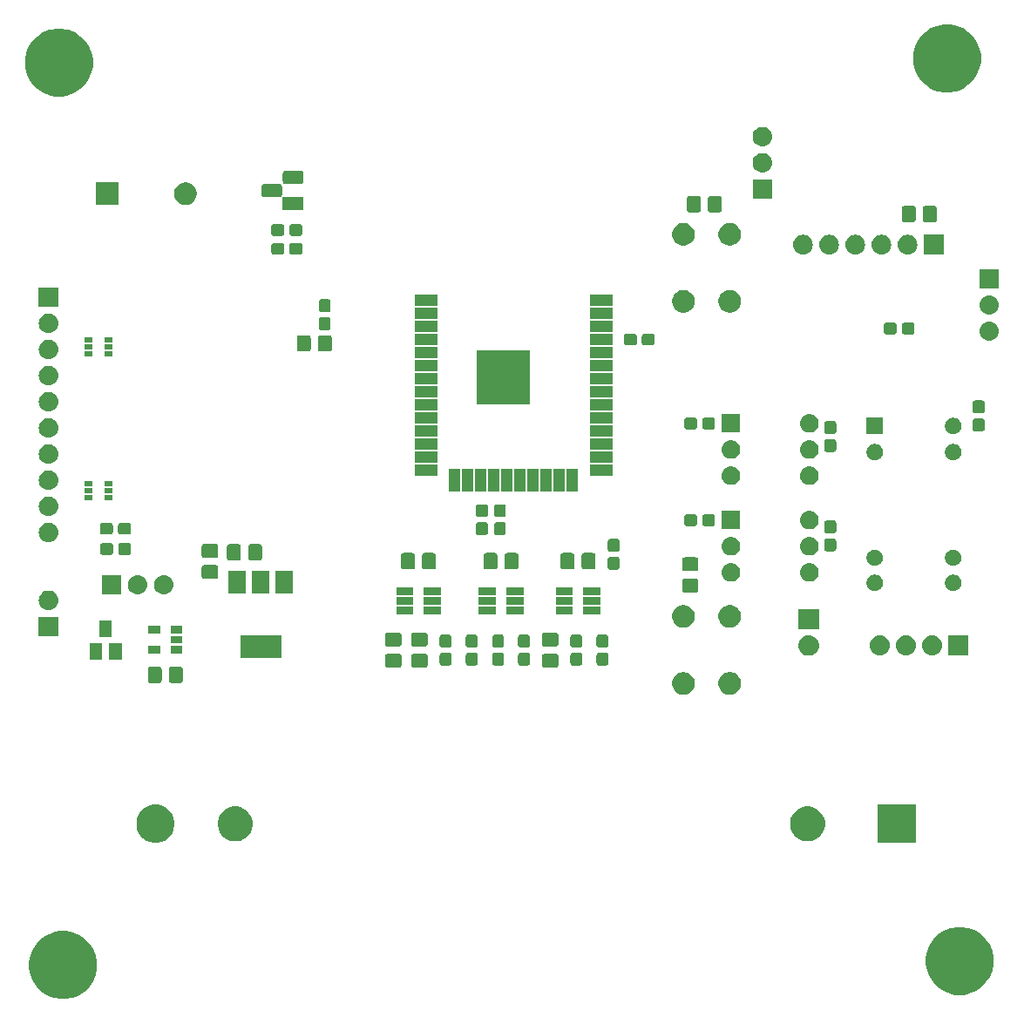
<source format=gbr>
G04 #@! TF.GenerationSoftware,KiCad,Pcbnew,(5.1.2)-1*
G04 #@! TF.CreationDate,2020-11-05T23:01:01+01:00*
G04 #@! TF.ProjectId,szakdolgozat,737a616b-646f-46c6-976f-7a61742e6b69,rev?*
G04 #@! TF.SameCoordinates,Original*
G04 #@! TF.FileFunction,Soldermask,Top*
G04 #@! TF.FilePolarity,Negative*
%FSLAX46Y46*%
G04 Gerber Fmt 4.6, Leading zero omitted, Abs format (unit mm)*
G04 Created by KiCad (PCBNEW (5.1.2)-1) date 2020-11-05 23:01:01*
%MOMM*%
%LPD*%
G04 APERTURE LIST*
%ADD10C,0.100000*%
G04 APERTURE END LIST*
D10*
G36*
X133236457Y-117510745D02*
G01*
X133448975Y-117553017D01*
X134049538Y-117801779D01*
X134590027Y-118162922D01*
X135049678Y-118622573D01*
X135410821Y-119163062D01*
X135659583Y-119763625D01*
X135786400Y-120401180D01*
X135786400Y-121051220D01*
X135659583Y-121688775D01*
X135410821Y-122289338D01*
X135049678Y-122829827D01*
X134590027Y-123289478D01*
X134049538Y-123650621D01*
X133448975Y-123899383D01*
X133236457Y-123941655D01*
X132811422Y-124026200D01*
X132161378Y-124026200D01*
X131736343Y-123941655D01*
X131523825Y-123899383D01*
X130923262Y-123650621D01*
X130382773Y-123289478D01*
X129923122Y-122829827D01*
X129561979Y-122289338D01*
X129313217Y-121688775D01*
X129186400Y-121051220D01*
X129186400Y-120401180D01*
X129313217Y-119763625D01*
X129561979Y-119163062D01*
X129923122Y-118622573D01*
X130382773Y-118162922D01*
X130923262Y-117801779D01*
X131523825Y-117553017D01*
X131736343Y-117510745D01*
X132161378Y-117426200D01*
X132811422Y-117426200D01*
X133236457Y-117510745D01*
X133236457Y-117510745D01*
G37*
G36*
X220333057Y-117104345D02*
G01*
X220545575Y-117146617D01*
X221146138Y-117395379D01*
X221686627Y-117756522D01*
X222146278Y-118216173D01*
X222507421Y-118756662D01*
X222756183Y-119357225D01*
X222883000Y-119994780D01*
X222883000Y-120644820D01*
X222756183Y-121282375D01*
X222507421Y-121882938D01*
X222146278Y-122423427D01*
X221686627Y-122883078D01*
X221146138Y-123244221D01*
X220545575Y-123492983D01*
X220333057Y-123535255D01*
X219908022Y-123619800D01*
X219257978Y-123619800D01*
X218832943Y-123535255D01*
X218620425Y-123492983D01*
X218019862Y-123244221D01*
X217479373Y-122883078D01*
X217019722Y-122423427D01*
X216658579Y-121882938D01*
X216409817Y-121282375D01*
X216283000Y-120644820D01*
X216283000Y-119994780D01*
X216409817Y-119357225D01*
X216658579Y-118756662D01*
X217019722Y-118216173D01*
X217479373Y-117756522D01*
X218019862Y-117395379D01*
X218620425Y-117146617D01*
X218832943Y-117104345D01*
X219257978Y-117019800D01*
X219908022Y-117019800D01*
X220333057Y-117104345D01*
X220333057Y-117104345D01*
G37*
G36*
X142001225Y-105221095D02*
G01*
X142337906Y-105360552D01*
X142640906Y-105563011D01*
X142898589Y-105820694D01*
X143101048Y-106123694D01*
X143240505Y-106460375D01*
X143311600Y-106817792D01*
X143311600Y-107182208D01*
X143240505Y-107539625D01*
X143101048Y-107876306D01*
X142898589Y-108179306D01*
X142640906Y-108436989D01*
X142337906Y-108639448D01*
X142001225Y-108778905D01*
X141643809Y-108850000D01*
X141279391Y-108850000D01*
X140921975Y-108778905D01*
X140585294Y-108639448D01*
X140282294Y-108436989D01*
X140024611Y-108179306D01*
X139822152Y-107876306D01*
X139682695Y-107539625D01*
X139611600Y-107182208D01*
X139611600Y-106817792D01*
X139682695Y-106460375D01*
X139822152Y-106123694D01*
X140024611Y-105820694D01*
X140282294Y-105563011D01*
X140585294Y-105360552D01*
X140921975Y-105221095D01*
X141279391Y-105150000D01*
X141643809Y-105150000D01*
X142001225Y-105221095D01*
X142001225Y-105221095D01*
G37*
G36*
X215311600Y-108850000D02*
G01*
X211611600Y-108850000D01*
X211611600Y-105150000D01*
X215311600Y-105150000D01*
X215311600Y-108850000D01*
X215311600Y-108850000D01*
G37*
G36*
X149702472Y-105365330D02*
G01*
X150011852Y-105493479D01*
X150290287Y-105679523D01*
X150527077Y-105916313D01*
X150713121Y-106194748D01*
X150841270Y-106504128D01*
X150906600Y-106832565D01*
X150906600Y-107167435D01*
X150841270Y-107495872D01*
X150713121Y-107805252D01*
X150527077Y-108083687D01*
X150290287Y-108320477D01*
X150011852Y-108506521D01*
X149702472Y-108634670D01*
X149374035Y-108700000D01*
X149039165Y-108700000D01*
X148710728Y-108634670D01*
X148401348Y-108506521D01*
X148122913Y-108320477D01*
X147886123Y-108083687D01*
X147700079Y-107805252D01*
X147571930Y-107495872D01*
X147506600Y-107167435D01*
X147506600Y-106832565D01*
X147571930Y-106504128D01*
X147700079Y-106194748D01*
X147886123Y-105916313D01*
X148122913Y-105679523D01*
X148401348Y-105493479D01*
X148710728Y-105365330D01*
X149039165Y-105300000D01*
X149374035Y-105300000D01*
X149702472Y-105365330D01*
X149702472Y-105365330D01*
G37*
G36*
X205312472Y-105365330D02*
G01*
X205621852Y-105493479D01*
X205900287Y-105679523D01*
X206137077Y-105916313D01*
X206323121Y-106194748D01*
X206451270Y-106504128D01*
X206516600Y-106832565D01*
X206516600Y-107167435D01*
X206451270Y-107495872D01*
X206323121Y-107805252D01*
X206137077Y-108083687D01*
X205900287Y-108320477D01*
X205621852Y-108506521D01*
X205312472Y-108634670D01*
X204984035Y-108700000D01*
X204649165Y-108700000D01*
X204320728Y-108634670D01*
X204011348Y-108506521D01*
X203732913Y-108320477D01*
X203496123Y-108083687D01*
X203310079Y-107805252D01*
X203181930Y-107495872D01*
X203116600Y-107167435D01*
X203116600Y-106832565D01*
X203181930Y-106504128D01*
X203310079Y-106194748D01*
X203496123Y-105916313D01*
X203732913Y-105679523D01*
X204011348Y-105493479D01*
X204320728Y-105365330D01*
X204649165Y-105300000D01*
X204984035Y-105300000D01*
X205312472Y-105365330D01*
X205312472Y-105365330D01*
G37*
G36*
X197577258Y-92284873D02*
G01*
X197777448Y-92367794D01*
X197957609Y-92488174D01*
X198110826Y-92641391D01*
X198231206Y-92821552D01*
X198231207Y-92821555D01*
X198314127Y-93021742D01*
X198348593Y-93195010D01*
X198356400Y-93234261D01*
X198356400Y-93450939D01*
X198314127Y-93663458D01*
X198231206Y-93863648D01*
X198110826Y-94043809D01*
X197957609Y-94197026D01*
X197777448Y-94317406D01*
X197577258Y-94400327D01*
X197364741Y-94442600D01*
X197148059Y-94442600D01*
X196935542Y-94400327D01*
X196735352Y-94317406D01*
X196555191Y-94197026D01*
X196401974Y-94043809D01*
X196281594Y-93863648D01*
X196198673Y-93663458D01*
X196156400Y-93450939D01*
X196156400Y-93234261D01*
X196164208Y-93195010D01*
X196198673Y-93021742D01*
X196281593Y-92821555D01*
X196281594Y-92821552D01*
X196401974Y-92641391D01*
X196555191Y-92488174D01*
X196735352Y-92367794D01*
X196935542Y-92284873D01*
X197148059Y-92242600D01*
X197364741Y-92242600D01*
X197577258Y-92284873D01*
X197577258Y-92284873D01*
G37*
G36*
X193077258Y-92284873D02*
G01*
X193277448Y-92367794D01*
X193457609Y-92488174D01*
X193610826Y-92641391D01*
X193731206Y-92821552D01*
X193731207Y-92821555D01*
X193814127Y-93021742D01*
X193848593Y-93195010D01*
X193856400Y-93234261D01*
X193856400Y-93450939D01*
X193814127Y-93663458D01*
X193731206Y-93863648D01*
X193610826Y-94043809D01*
X193457609Y-94197026D01*
X193277448Y-94317406D01*
X193077258Y-94400327D01*
X192864741Y-94442600D01*
X192648059Y-94442600D01*
X192435542Y-94400327D01*
X192235352Y-94317406D01*
X192055191Y-94197026D01*
X191901974Y-94043809D01*
X191781594Y-93863648D01*
X191698673Y-93663458D01*
X191656400Y-93450939D01*
X191656400Y-93234261D01*
X191664208Y-93195010D01*
X191698673Y-93021742D01*
X191781593Y-92821555D01*
X191781594Y-92821552D01*
X191901974Y-92641391D01*
X192055191Y-92488174D01*
X192235352Y-92367794D01*
X192435542Y-92284873D01*
X192648059Y-92242600D01*
X192864741Y-92242600D01*
X193077258Y-92284873D01*
X193077258Y-92284873D01*
G37*
G36*
X141865626Y-91711981D02*
G01*
X141912661Y-91726249D01*
X141956010Y-91749419D01*
X141994002Y-91780598D01*
X142025181Y-91818590D01*
X142048351Y-91861939D01*
X142062619Y-91908974D01*
X142067800Y-91961574D01*
X142067800Y-93052026D01*
X142062619Y-93104626D01*
X142048351Y-93151661D01*
X142025181Y-93195010D01*
X141994002Y-93233002D01*
X141956010Y-93264181D01*
X141912661Y-93287351D01*
X141865626Y-93301619D01*
X141813026Y-93306800D01*
X140972574Y-93306800D01*
X140919974Y-93301619D01*
X140872939Y-93287351D01*
X140829590Y-93264181D01*
X140791598Y-93233002D01*
X140760419Y-93195010D01*
X140737249Y-93151661D01*
X140722981Y-93104626D01*
X140717800Y-93052026D01*
X140717800Y-91961574D01*
X140722981Y-91908974D01*
X140737249Y-91861939D01*
X140760419Y-91818590D01*
X140791598Y-91780598D01*
X140829590Y-91749419D01*
X140872939Y-91726249D01*
X140919974Y-91711981D01*
X140972574Y-91706800D01*
X141813026Y-91706800D01*
X141865626Y-91711981D01*
X141865626Y-91711981D01*
G37*
G36*
X143915626Y-91711981D02*
G01*
X143962661Y-91726249D01*
X144006010Y-91749419D01*
X144044002Y-91780598D01*
X144075181Y-91818590D01*
X144098351Y-91861939D01*
X144112619Y-91908974D01*
X144117800Y-91961574D01*
X144117800Y-93052026D01*
X144112619Y-93104626D01*
X144098351Y-93151661D01*
X144075181Y-93195010D01*
X144044002Y-93233002D01*
X144006010Y-93264181D01*
X143962661Y-93287351D01*
X143915626Y-93301619D01*
X143863026Y-93306800D01*
X143022574Y-93306800D01*
X142969974Y-93301619D01*
X142922939Y-93287351D01*
X142879590Y-93264181D01*
X142841598Y-93233002D01*
X142810419Y-93195010D01*
X142787249Y-93151661D01*
X142772981Y-93104626D01*
X142767800Y-93052026D01*
X142767800Y-91961574D01*
X142772981Y-91908974D01*
X142787249Y-91861939D01*
X142810419Y-91818590D01*
X142841598Y-91780598D01*
X142879590Y-91749419D01*
X142922939Y-91726249D01*
X142969974Y-91711981D01*
X143022574Y-91706800D01*
X143863026Y-91706800D01*
X143915626Y-91711981D01*
X143915626Y-91711981D01*
G37*
G36*
X165164426Y-90474381D02*
G01*
X165211461Y-90488649D01*
X165254810Y-90511819D01*
X165292802Y-90542998D01*
X165323981Y-90580990D01*
X165347151Y-90624339D01*
X165361419Y-90671374D01*
X165366600Y-90723974D01*
X165366600Y-91564426D01*
X165361419Y-91617026D01*
X165347151Y-91664061D01*
X165323981Y-91707410D01*
X165292802Y-91745402D01*
X165254810Y-91776581D01*
X165211461Y-91799751D01*
X165164426Y-91814019D01*
X165111826Y-91819200D01*
X164021374Y-91819200D01*
X163968774Y-91814019D01*
X163921739Y-91799751D01*
X163878390Y-91776581D01*
X163840398Y-91745402D01*
X163809219Y-91707410D01*
X163786049Y-91664061D01*
X163771781Y-91617026D01*
X163766600Y-91564426D01*
X163766600Y-90723974D01*
X163771781Y-90671374D01*
X163786049Y-90624339D01*
X163809219Y-90580990D01*
X163840398Y-90542998D01*
X163878390Y-90511819D01*
X163921739Y-90488649D01*
X163968774Y-90474381D01*
X164021374Y-90469200D01*
X165111826Y-90469200D01*
X165164426Y-90474381D01*
X165164426Y-90474381D01*
G37*
G36*
X180404426Y-90474381D02*
G01*
X180451461Y-90488649D01*
X180494810Y-90511819D01*
X180532802Y-90542998D01*
X180563981Y-90580990D01*
X180587151Y-90624339D01*
X180601419Y-90671374D01*
X180606600Y-90723974D01*
X180606600Y-91564426D01*
X180601419Y-91617026D01*
X180587151Y-91664061D01*
X180563981Y-91707410D01*
X180532802Y-91745402D01*
X180494810Y-91776581D01*
X180451461Y-91799751D01*
X180404426Y-91814019D01*
X180351826Y-91819200D01*
X179261374Y-91819200D01*
X179208774Y-91814019D01*
X179161739Y-91799751D01*
X179118390Y-91776581D01*
X179080398Y-91745402D01*
X179049219Y-91707410D01*
X179026049Y-91664061D01*
X179011781Y-91617026D01*
X179006600Y-91564426D01*
X179006600Y-90723974D01*
X179011781Y-90671374D01*
X179026049Y-90624339D01*
X179049219Y-90580990D01*
X179080398Y-90542998D01*
X179118390Y-90511819D01*
X179161739Y-90488649D01*
X179208774Y-90474381D01*
X179261374Y-90469200D01*
X180351826Y-90469200D01*
X180404426Y-90474381D01*
X180404426Y-90474381D01*
G37*
G36*
X167704426Y-90474381D02*
G01*
X167751461Y-90488649D01*
X167794810Y-90511819D01*
X167832802Y-90542998D01*
X167863981Y-90580990D01*
X167887151Y-90624339D01*
X167901419Y-90671374D01*
X167906600Y-90723974D01*
X167906600Y-91564426D01*
X167901419Y-91617026D01*
X167887151Y-91664061D01*
X167863981Y-91707410D01*
X167832802Y-91745402D01*
X167794810Y-91776581D01*
X167751461Y-91799751D01*
X167704426Y-91814019D01*
X167651826Y-91819200D01*
X166561374Y-91819200D01*
X166508774Y-91814019D01*
X166461739Y-91799751D01*
X166418390Y-91776581D01*
X166380398Y-91745402D01*
X166349219Y-91707410D01*
X166326049Y-91664061D01*
X166311781Y-91617026D01*
X166306600Y-91564426D01*
X166306600Y-90723974D01*
X166311781Y-90671374D01*
X166326049Y-90624339D01*
X166349219Y-90580990D01*
X166380398Y-90542998D01*
X166418390Y-90511819D01*
X166461739Y-90488649D01*
X166508774Y-90474381D01*
X166561374Y-90469200D01*
X167651826Y-90469200D01*
X167704426Y-90474381D01*
X167704426Y-90474381D01*
G37*
G36*
X170020300Y-90374360D02*
G01*
X170067136Y-90388567D01*
X170110289Y-90411633D01*
X170148120Y-90442680D01*
X170179167Y-90480511D01*
X170202233Y-90523664D01*
X170216440Y-90570500D01*
X170221600Y-90622886D01*
X170221600Y-91365514D01*
X170216440Y-91417900D01*
X170202233Y-91464736D01*
X170179167Y-91507889D01*
X170148120Y-91545720D01*
X170110289Y-91576767D01*
X170067136Y-91599833D01*
X170020300Y-91614040D01*
X169967914Y-91619200D01*
X169325286Y-91619200D01*
X169272900Y-91614040D01*
X169226064Y-91599833D01*
X169182911Y-91576767D01*
X169145080Y-91545720D01*
X169114033Y-91507889D01*
X169090967Y-91464736D01*
X169076760Y-91417900D01*
X169071600Y-91365514D01*
X169071600Y-90622886D01*
X169076760Y-90570500D01*
X169090967Y-90523664D01*
X169114033Y-90480511D01*
X169145080Y-90442680D01*
X169182911Y-90411633D01*
X169226064Y-90388567D01*
X169272900Y-90374360D01*
X169325286Y-90369200D01*
X169967914Y-90369200D01*
X170020300Y-90374360D01*
X170020300Y-90374360D01*
G37*
G36*
X185260300Y-90374360D02*
G01*
X185307136Y-90388567D01*
X185350289Y-90411633D01*
X185388120Y-90442680D01*
X185419167Y-90480511D01*
X185442233Y-90523664D01*
X185456440Y-90570500D01*
X185461600Y-90622886D01*
X185461600Y-91365514D01*
X185456440Y-91417900D01*
X185442233Y-91464736D01*
X185419167Y-91507889D01*
X185388120Y-91545720D01*
X185350289Y-91576767D01*
X185307136Y-91599833D01*
X185260300Y-91614040D01*
X185207914Y-91619200D01*
X184565286Y-91619200D01*
X184512900Y-91614040D01*
X184466064Y-91599833D01*
X184422911Y-91576767D01*
X184385080Y-91545720D01*
X184354033Y-91507889D01*
X184330967Y-91464736D01*
X184316760Y-91417900D01*
X184311600Y-91365514D01*
X184311600Y-90622886D01*
X184316760Y-90570500D01*
X184330967Y-90523664D01*
X184354033Y-90480511D01*
X184385080Y-90442680D01*
X184422911Y-90411633D01*
X184466064Y-90388567D01*
X184512900Y-90374360D01*
X184565286Y-90369200D01*
X185207914Y-90369200D01*
X185260300Y-90374360D01*
X185260300Y-90374360D01*
G37*
G36*
X182720300Y-90374360D02*
G01*
X182767136Y-90388567D01*
X182810289Y-90411633D01*
X182848120Y-90442680D01*
X182879167Y-90480511D01*
X182902233Y-90523664D01*
X182916440Y-90570500D01*
X182921600Y-90622886D01*
X182921600Y-91365514D01*
X182916440Y-91417900D01*
X182902233Y-91464736D01*
X182879167Y-91507889D01*
X182848120Y-91545720D01*
X182810289Y-91576767D01*
X182767136Y-91599833D01*
X182720300Y-91614040D01*
X182667914Y-91619200D01*
X182025286Y-91619200D01*
X181972900Y-91614040D01*
X181926064Y-91599833D01*
X181882911Y-91576767D01*
X181845080Y-91545720D01*
X181814033Y-91507889D01*
X181790967Y-91464736D01*
X181776760Y-91417900D01*
X181771600Y-91365514D01*
X181771600Y-90622886D01*
X181776760Y-90570500D01*
X181790967Y-90523664D01*
X181814033Y-90480511D01*
X181845080Y-90442680D01*
X181882911Y-90411633D01*
X181926064Y-90388567D01*
X181972900Y-90374360D01*
X182025286Y-90369200D01*
X182667914Y-90369200D01*
X182720300Y-90374360D01*
X182720300Y-90374360D01*
G37*
G36*
X175125700Y-90374360D02*
G01*
X175172536Y-90388567D01*
X175215689Y-90411633D01*
X175253520Y-90442680D01*
X175284567Y-90480511D01*
X175307633Y-90523664D01*
X175321840Y-90570500D01*
X175327000Y-90622886D01*
X175327000Y-91365514D01*
X175321840Y-91417900D01*
X175307633Y-91464736D01*
X175284567Y-91507889D01*
X175253520Y-91545720D01*
X175215689Y-91576767D01*
X175172536Y-91599833D01*
X175125700Y-91614040D01*
X175073314Y-91619200D01*
X174430686Y-91619200D01*
X174378300Y-91614040D01*
X174331464Y-91599833D01*
X174288311Y-91576767D01*
X174250480Y-91545720D01*
X174219433Y-91507889D01*
X174196367Y-91464736D01*
X174182160Y-91417900D01*
X174177000Y-91365514D01*
X174177000Y-90622886D01*
X174182160Y-90570500D01*
X174196367Y-90523664D01*
X174219433Y-90480511D01*
X174250480Y-90442680D01*
X174288311Y-90411633D01*
X174331464Y-90388567D01*
X174378300Y-90374360D01*
X174430686Y-90369200D01*
X175073314Y-90369200D01*
X175125700Y-90374360D01*
X175125700Y-90374360D01*
G37*
G36*
X172560300Y-90374360D02*
G01*
X172607136Y-90388567D01*
X172650289Y-90411633D01*
X172688120Y-90442680D01*
X172719167Y-90480511D01*
X172742233Y-90523664D01*
X172756440Y-90570500D01*
X172761600Y-90622886D01*
X172761600Y-91365514D01*
X172756440Y-91417900D01*
X172742233Y-91464736D01*
X172719167Y-91507889D01*
X172688120Y-91545720D01*
X172650289Y-91576767D01*
X172607136Y-91599833D01*
X172560300Y-91614040D01*
X172507914Y-91619200D01*
X171865286Y-91619200D01*
X171812900Y-91614040D01*
X171766064Y-91599833D01*
X171722911Y-91576767D01*
X171685080Y-91545720D01*
X171654033Y-91507889D01*
X171630967Y-91464736D01*
X171616760Y-91417900D01*
X171611600Y-91365514D01*
X171611600Y-90622886D01*
X171616760Y-90570500D01*
X171630967Y-90523664D01*
X171654033Y-90480511D01*
X171685080Y-90442680D01*
X171722911Y-90411633D01*
X171766064Y-90388567D01*
X171812900Y-90374360D01*
X171865286Y-90369200D01*
X172507914Y-90369200D01*
X172560300Y-90374360D01*
X172560300Y-90374360D01*
G37*
G36*
X177640300Y-90374360D02*
G01*
X177687136Y-90388567D01*
X177730289Y-90411633D01*
X177768120Y-90442680D01*
X177799167Y-90480511D01*
X177822233Y-90523664D01*
X177836440Y-90570500D01*
X177841600Y-90622886D01*
X177841600Y-91365514D01*
X177836440Y-91417900D01*
X177822233Y-91464736D01*
X177799167Y-91507889D01*
X177768120Y-91545720D01*
X177730289Y-91576767D01*
X177687136Y-91599833D01*
X177640300Y-91614040D01*
X177587914Y-91619200D01*
X176945286Y-91619200D01*
X176892900Y-91614040D01*
X176846064Y-91599833D01*
X176802911Y-91576767D01*
X176765080Y-91545720D01*
X176734033Y-91507889D01*
X176710967Y-91464736D01*
X176696760Y-91417900D01*
X176691600Y-91365514D01*
X176691600Y-90622886D01*
X176696760Y-90570500D01*
X176710967Y-90523664D01*
X176734033Y-90480511D01*
X176765080Y-90442680D01*
X176802911Y-90411633D01*
X176846064Y-90388567D01*
X176892900Y-90374360D01*
X176945286Y-90369200D01*
X177587914Y-90369200D01*
X177640300Y-90374360D01*
X177640300Y-90374360D01*
G37*
G36*
X138176600Y-91079400D02*
G01*
X136976600Y-91079400D01*
X136976600Y-89479400D01*
X138176600Y-89479400D01*
X138176600Y-91079400D01*
X138176600Y-91079400D01*
G37*
G36*
X136276600Y-91079400D02*
G01*
X135076600Y-91079400D01*
X135076600Y-89479400D01*
X136276600Y-89479400D01*
X136276600Y-91079400D01*
X136276600Y-91079400D01*
G37*
G36*
X153688800Y-90889400D02*
G01*
X149688800Y-90889400D01*
X149688800Y-88689400D01*
X153688800Y-88689400D01*
X153688800Y-90889400D01*
X153688800Y-90889400D01*
G37*
G36*
X205123234Y-88676470D02*
G01*
X205176671Y-88692680D01*
X205311736Y-88733651D01*
X205485458Y-88826508D01*
X205637728Y-88951472D01*
X205762692Y-89103742D01*
X205855549Y-89277464D01*
X205884139Y-89371715D01*
X205912730Y-89465966D01*
X205932038Y-89662000D01*
X205912730Y-89858034D01*
X205910908Y-89864040D01*
X205855549Y-90046536D01*
X205762692Y-90220258D01*
X205637728Y-90372528D01*
X205485458Y-90497492D01*
X205311736Y-90590349D01*
X205240361Y-90612000D01*
X205123234Y-90647530D01*
X204976320Y-90662000D01*
X204878080Y-90662000D01*
X204731166Y-90647530D01*
X204614039Y-90612000D01*
X204542664Y-90590349D01*
X204368942Y-90497492D01*
X204216672Y-90372528D01*
X204091708Y-90220258D01*
X203998851Y-90046536D01*
X203943492Y-89864040D01*
X203941670Y-89858034D01*
X203922362Y-89662000D01*
X203941670Y-89465966D01*
X203970261Y-89371715D01*
X203998851Y-89277464D01*
X204091708Y-89103742D01*
X204216672Y-88951472D01*
X204368942Y-88826508D01*
X204542664Y-88733651D01*
X204677729Y-88692680D01*
X204731166Y-88676470D01*
X204878080Y-88662000D01*
X204976320Y-88662000D01*
X205123234Y-88676470D01*
X205123234Y-88676470D01*
G37*
G36*
X212022232Y-88725746D02*
G01*
X212201308Y-88780068D01*
X212366345Y-88868282D01*
X212511001Y-88986999D01*
X212629718Y-89131655D01*
X212629719Y-89131657D01*
X212707655Y-89277464D01*
X212717932Y-89296692D01*
X212772254Y-89475768D01*
X212790596Y-89662000D01*
X212772254Y-89848232D01*
X212717932Y-90027308D01*
X212717930Y-90027311D01*
X212717930Y-90027312D01*
X212659123Y-90137333D01*
X212629718Y-90192345D01*
X212511001Y-90337001D01*
X212366345Y-90455718D01*
X212366343Y-90455719D01*
X212203056Y-90542998D01*
X212201308Y-90543932D01*
X212022232Y-90598254D01*
X211882665Y-90612000D01*
X211789335Y-90612000D01*
X211649768Y-90598254D01*
X211470692Y-90543932D01*
X211468945Y-90542998D01*
X211305657Y-90455719D01*
X211305655Y-90455718D01*
X211160999Y-90337001D01*
X211042282Y-90192345D01*
X211012877Y-90137333D01*
X210954070Y-90027312D01*
X210954070Y-90027311D01*
X210954068Y-90027308D01*
X210899746Y-89848232D01*
X210881404Y-89662000D01*
X210899746Y-89475768D01*
X210954068Y-89296692D01*
X210964346Y-89277464D01*
X211042281Y-89131657D01*
X211042282Y-89131655D01*
X211160999Y-88986999D01*
X211305655Y-88868282D01*
X211470692Y-88780068D01*
X211649768Y-88725746D01*
X211789335Y-88712000D01*
X211882665Y-88712000D01*
X212022232Y-88725746D01*
X212022232Y-88725746D01*
G37*
G36*
X214562232Y-88725746D02*
G01*
X214741308Y-88780068D01*
X214906345Y-88868282D01*
X215051001Y-88986999D01*
X215169718Y-89131655D01*
X215169719Y-89131657D01*
X215247655Y-89277464D01*
X215257932Y-89296692D01*
X215312254Y-89475768D01*
X215330596Y-89662000D01*
X215312254Y-89848232D01*
X215257932Y-90027308D01*
X215257930Y-90027311D01*
X215257930Y-90027312D01*
X215199123Y-90137333D01*
X215169718Y-90192345D01*
X215051001Y-90337001D01*
X214906345Y-90455718D01*
X214906343Y-90455719D01*
X214743056Y-90542998D01*
X214741308Y-90543932D01*
X214562232Y-90598254D01*
X214422665Y-90612000D01*
X214329335Y-90612000D01*
X214189768Y-90598254D01*
X214010692Y-90543932D01*
X214008945Y-90542998D01*
X213845657Y-90455719D01*
X213845655Y-90455718D01*
X213700999Y-90337001D01*
X213582282Y-90192345D01*
X213552877Y-90137333D01*
X213494070Y-90027312D01*
X213494070Y-90027311D01*
X213494068Y-90027308D01*
X213439746Y-89848232D01*
X213421404Y-89662000D01*
X213439746Y-89475768D01*
X213494068Y-89296692D01*
X213504346Y-89277464D01*
X213582281Y-89131657D01*
X213582282Y-89131655D01*
X213700999Y-88986999D01*
X213845655Y-88868282D01*
X214010692Y-88780068D01*
X214189768Y-88725746D01*
X214329335Y-88712000D01*
X214422665Y-88712000D01*
X214562232Y-88725746D01*
X214562232Y-88725746D01*
G37*
G36*
X220406000Y-90612000D02*
G01*
X218506000Y-90612000D01*
X218506000Y-88712000D01*
X220406000Y-88712000D01*
X220406000Y-90612000D01*
X220406000Y-90612000D01*
G37*
G36*
X217102232Y-88725746D02*
G01*
X217281308Y-88780068D01*
X217446345Y-88868282D01*
X217591001Y-88986999D01*
X217709718Y-89131655D01*
X217709719Y-89131657D01*
X217787655Y-89277464D01*
X217797932Y-89296692D01*
X217852254Y-89475768D01*
X217870596Y-89662000D01*
X217852254Y-89848232D01*
X217797932Y-90027308D01*
X217797930Y-90027311D01*
X217797930Y-90027312D01*
X217739123Y-90137333D01*
X217709718Y-90192345D01*
X217591001Y-90337001D01*
X217446345Y-90455718D01*
X217446343Y-90455719D01*
X217283056Y-90542998D01*
X217281308Y-90543932D01*
X217102232Y-90598254D01*
X216962665Y-90612000D01*
X216869335Y-90612000D01*
X216729768Y-90598254D01*
X216550692Y-90543932D01*
X216548945Y-90542998D01*
X216385657Y-90455719D01*
X216385655Y-90455718D01*
X216240999Y-90337001D01*
X216122282Y-90192345D01*
X216092877Y-90137333D01*
X216034070Y-90027312D01*
X216034070Y-90027311D01*
X216034068Y-90027308D01*
X215979746Y-89848232D01*
X215961404Y-89662000D01*
X215979746Y-89475768D01*
X216034068Y-89296692D01*
X216044346Y-89277464D01*
X216122281Y-89131657D01*
X216122282Y-89131655D01*
X216240999Y-88986999D01*
X216385655Y-88868282D01*
X216550692Y-88780068D01*
X216729768Y-88725746D01*
X216869335Y-88712000D01*
X216962665Y-88712000D01*
X217102232Y-88725746D01*
X217102232Y-88725746D01*
G37*
G36*
X141897800Y-90428200D02*
G01*
X140737800Y-90428200D01*
X140737800Y-89678200D01*
X141897800Y-89678200D01*
X141897800Y-90428200D01*
X141897800Y-90428200D01*
G37*
G36*
X144097800Y-90428200D02*
G01*
X142937800Y-90428200D01*
X142937800Y-89678200D01*
X144097800Y-89678200D01*
X144097800Y-90428200D01*
X144097800Y-90428200D01*
G37*
G36*
X172560300Y-88624360D02*
G01*
X172607136Y-88638567D01*
X172650289Y-88661633D01*
X172688120Y-88692680D01*
X172719167Y-88730511D01*
X172742233Y-88773664D01*
X172756440Y-88820500D01*
X172761600Y-88872886D01*
X172761600Y-89615514D01*
X172756440Y-89667900D01*
X172742233Y-89714736D01*
X172719167Y-89757889D01*
X172688120Y-89795720D01*
X172650289Y-89826767D01*
X172607136Y-89849833D01*
X172560300Y-89864040D01*
X172507914Y-89869200D01*
X171865286Y-89869200D01*
X171812900Y-89864040D01*
X171766064Y-89849833D01*
X171722911Y-89826767D01*
X171685080Y-89795720D01*
X171654033Y-89757889D01*
X171630967Y-89714736D01*
X171616760Y-89667900D01*
X171611600Y-89615514D01*
X171611600Y-88872886D01*
X171616760Y-88820500D01*
X171630967Y-88773664D01*
X171654033Y-88730511D01*
X171685080Y-88692680D01*
X171722911Y-88661633D01*
X171766064Y-88638567D01*
X171812900Y-88624360D01*
X171865286Y-88619200D01*
X172507914Y-88619200D01*
X172560300Y-88624360D01*
X172560300Y-88624360D01*
G37*
G36*
X170020300Y-88624360D02*
G01*
X170067136Y-88638567D01*
X170110289Y-88661633D01*
X170148120Y-88692680D01*
X170179167Y-88730511D01*
X170202233Y-88773664D01*
X170216440Y-88820500D01*
X170221600Y-88872886D01*
X170221600Y-89615514D01*
X170216440Y-89667900D01*
X170202233Y-89714736D01*
X170179167Y-89757889D01*
X170148120Y-89795720D01*
X170110289Y-89826767D01*
X170067136Y-89849833D01*
X170020300Y-89864040D01*
X169967914Y-89869200D01*
X169325286Y-89869200D01*
X169272900Y-89864040D01*
X169226064Y-89849833D01*
X169182911Y-89826767D01*
X169145080Y-89795720D01*
X169114033Y-89757889D01*
X169090967Y-89714736D01*
X169076760Y-89667900D01*
X169071600Y-89615514D01*
X169071600Y-88872886D01*
X169076760Y-88820500D01*
X169090967Y-88773664D01*
X169114033Y-88730511D01*
X169145080Y-88692680D01*
X169182911Y-88661633D01*
X169226064Y-88638567D01*
X169272900Y-88624360D01*
X169325286Y-88619200D01*
X169967914Y-88619200D01*
X170020300Y-88624360D01*
X170020300Y-88624360D01*
G37*
G36*
X177640300Y-88624360D02*
G01*
X177687136Y-88638567D01*
X177730289Y-88661633D01*
X177768120Y-88692680D01*
X177799167Y-88730511D01*
X177822233Y-88773664D01*
X177836440Y-88820500D01*
X177841600Y-88872886D01*
X177841600Y-89615514D01*
X177836440Y-89667900D01*
X177822233Y-89714736D01*
X177799167Y-89757889D01*
X177768120Y-89795720D01*
X177730289Y-89826767D01*
X177687136Y-89849833D01*
X177640300Y-89864040D01*
X177587914Y-89869200D01*
X176945286Y-89869200D01*
X176892900Y-89864040D01*
X176846064Y-89849833D01*
X176802911Y-89826767D01*
X176765080Y-89795720D01*
X176734033Y-89757889D01*
X176710967Y-89714736D01*
X176696760Y-89667900D01*
X176691600Y-89615514D01*
X176691600Y-88872886D01*
X176696760Y-88820500D01*
X176710967Y-88773664D01*
X176734033Y-88730511D01*
X176765080Y-88692680D01*
X176802911Y-88661633D01*
X176846064Y-88638567D01*
X176892900Y-88624360D01*
X176945286Y-88619200D01*
X177587914Y-88619200D01*
X177640300Y-88624360D01*
X177640300Y-88624360D01*
G37*
G36*
X182720300Y-88624360D02*
G01*
X182767136Y-88638567D01*
X182810289Y-88661633D01*
X182848120Y-88692680D01*
X182879167Y-88730511D01*
X182902233Y-88773664D01*
X182916440Y-88820500D01*
X182921600Y-88872886D01*
X182921600Y-89615514D01*
X182916440Y-89667900D01*
X182902233Y-89714736D01*
X182879167Y-89757889D01*
X182848120Y-89795720D01*
X182810289Y-89826767D01*
X182767136Y-89849833D01*
X182720300Y-89864040D01*
X182667914Y-89869200D01*
X182025286Y-89869200D01*
X181972900Y-89864040D01*
X181926064Y-89849833D01*
X181882911Y-89826767D01*
X181845080Y-89795720D01*
X181814033Y-89757889D01*
X181790967Y-89714736D01*
X181776760Y-89667900D01*
X181771600Y-89615514D01*
X181771600Y-88872886D01*
X181776760Y-88820500D01*
X181790967Y-88773664D01*
X181814033Y-88730511D01*
X181845080Y-88692680D01*
X181882911Y-88661633D01*
X181926064Y-88638567D01*
X181972900Y-88624360D01*
X182025286Y-88619200D01*
X182667914Y-88619200D01*
X182720300Y-88624360D01*
X182720300Y-88624360D01*
G37*
G36*
X185260300Y-88624360D02*
G01*
X185307136Y-88638567D01*
X185350289Y-88661633D01*
X185388120Y-88692680D01*
X185419167Y-88730511D01*
X185442233Y-88773664D01*
X185456440Y-88820500D01*
X185461600Y-88872886D01*
X185461600Y-89615514D01*
X185456440Y-89667900D01*
X185442233Y-89714736D01*
X185419167Y-89757889D01*
X185388120Y-89795720D01*
X185350289Y-89826767D01*
X185307136Y-89849833D01*
X185260300Y-89864040D01*
X185207914Y-89869200D01*
X184565286Y-89869200D01*
X184512900Y-89864040D01*
X184466064Y-89849833D01*
X184422911Y-89826767D01*
X184385080Y-89795720D01*
X184354033Y-89757889D01*
X184330967Y-89714736D01*
X184316760Y-89667900D01*
X184311600Y-89615514D01*
X184311600Y-88872886D01*
X184316760Y-88820500D01*
X184330967Y-88773664D01*
X184354033Y-88730511D01*
X184385080Y-88692680D01*
X184422911Y-88661633D01*
X184466064Y-88638567D01*
X184512900Y-88624360D01*
X184565286Y-88619200D01*
X185207914Y-88619200D01*
X185260300Y-88624360D01*
X185260300Y-88624360D01*
G37*
G36*
X175125700Y-88624360D02*
G01*
X175172536Y-88638567D01*
X175215689Y-88661633D01*
X175253520Y-88692680D01*
X175284567Y-88730511D01*
X175307633Y-88773664D01*
X175321840Y-88820500D01*
X175327000Y-88872886D01*
X175327000Y-89615514D01*
X175321840Y-89667900D01*
X175307633Y-89714736D01*
X175284567Y-89757889D01*
X175253520Y-89795720D01*
X175215689Y-89826767D01*
X175172536Y-89849833D01*
X175125700Y-89864040D01*
X175073314Y-89869200D01*
X174430686Y-89869200D01*
X174378300Y-89864040D01*
X174331464Y-89849833D01*
X174288311Y-89826767D01*
X174250480Y-89795720D01*
X174219433Y-89757889D01*
X174196367Y-89714736D01*
X174182160Y-89667900D01*
X174177000Y-89615514D01*
X174177000Y-88872886D01*
X174182160Y-88820500D01*
X174196367Y-88773664D01*
X174219433Y-88730511D01*
X174250480Y-88692680D01*
X174288311Y-88661633D01*
X174331464Y-88638567D01*
X174378300Y-88624360D01*
X174430686Y-88619200D01*
X175073314Y-88619200D01*
X175125700Y-88624360D01*
X175125700Y-88624360D01*
G37*
G36*
X180404426Y-88424381D02*
G01*
X180451461Y-88438649D01*
X180494810Y-88461819D01*
X180532802Y-88492998D01*
X180563981Y-88530990D01*
X180587151Y-88574339D01*
X180601419Y-88621374D01*
X180606600Y-88673974D01*
X180606600Y-89514426D01*
X180601419Y-89567026D01*
X180587151Y-89614061D01*
X180563981Y-89657410D01*
X180532802Y-89695402D01*
X180494810Y-89726581D01*
X180451461Y-89749751D01*
X180404426Y-89764019D01*
X180351826Y-89769200D01*
X179261374Y-89769200D01*
X179208774Y-89764019D01*
X179161739Y-89749751D01*
X179118390Y-89726581D01*
X179080398Y-89695402D01*
X179049219Y-89657410D01*
X179026049Y-89614061D01*
X179011781Y-89567026D01*
X179006600Y-89514426D01*
X179006600Y-88673974D01*
X179011781Y-88621374D01*
X179026049Y-88574339D01*
X179049219Y-88530990D01*
X179080398Y-88492998D01*
X179118390Y-88461819D01*
X179161739Y-88438649D01*
X179208774Y-88424381D01*
X179261374Y-88419200D01*
X180351826Y-88419200D01*
X180404426Y-88424381D01*
X180404426Y-88424381D01*
G37*
G36*
X167704426Y-88424381D02*
G01*
X167751461Y-88438649D01*
X167794810Y-88461819D01*
X167832802Y-88492998D01*
X167863981Y-88530990D01*
X167887151Y-88574339D01*
X167901419Y-88621374D01*
X167906600Y-88673974D01*
X167906600Y-89514426D01*
X167901419Y-89567026D01*
X167887151Y-89614061D01*
X167863981Y-89657410D01*
X167832802Y-89695402D01*
X167794810Y-89726581D01*
X167751461Y-89749751D01*
X167704426Y-89764019D01*
X167651826Y-89769200D01*
X166561374Y-89769200D01*
X166508774Y-89764019D01*
X166461739Y-89749751D01*
X166418390Y-89726581D01*
X166380398Y-89695402D01*
X166349219Y-89657410D01*
X166326049Y-89614061D01*
X166311781Y-89567026D01*
X166306600Y-89514426D01*
X166306600Y-88673974D01*
X166311781Y-88621374D01*
X166326049Y-88574339D01*
X166349219Y-88530990D01*
X166380398Y-88492998D01*
X166418390Y-88461819D01*
X166461739Y-88438649D01*
X166508774Y-88424381D01*
X166561374Y-88419200D01*
X167651826Y-88419200D01*
X167704426Y-88424381D01*
X167704426Y-88424381D01*
G37*
G36*
X165164426Y-88424381D02*
G01*
X165211461Y-88438649D01*
X165254810Y-88461819D01*
X165292802Y-88492998D01*
X165323981Y-88530990D01*
X165347151Y-88574339D01*
X165361419Y-88621374D01*
X165366600Y-88673974D01*
X165366600Y-89514426D01*
X165361419Y-89567026D01*
X165347151Y-89614061D01*
X165323981Y-89657410D01*
X165292802Y-89695402D01*
X165254810Y-89726581D01*
X165211461Y-89749751D01*
X165164426Y-89764019D01*
X165111826Y-89769200D01*
X164021374Y-89769200D01*
X163968774Y-89764019D01*
X163921739Y-89749751D01*
X163878390Y-89726581D01*
X163840398Y-89695402D01*
X163809219Y-89657410D01*
X163786049Y-89614061D01*
X163771781Y-89567026D01*
X163766600Y-89514426D01*
X163766600Y-88673974D01*
X163771781Y-88621374D01*
X163786049Y-88574339D01*
X163809219Y-88530990D01*
X163840398Y-88492998D01*
X163878390Y-88461819D01*
X163921739Y-88438649D01*
X163968774Y-88424381D01*
X164021374Y-88419200D01*
X165111826Y-88419200D01*
X165164426Y-88424381D01*
X165164426Y-88424381D01*
G37*
G36*
X144097800Y-89478200D02*
G01*
X142937800Y-89478200D01*
X142937800Y-88728200D01*
X144097800Y-88728200D01*
X144097800Y-89478200D01*
X144097800Y-89478200D01*
G37*
G36*
X137226600Y-88879400D02*
G01*
X136026600Y-88879400D01*
X136026600Y-87279400D01*
X137226600Y-87279400D01*
X137226600Y-88879400D01*
X137226600Y-88879400D01*
G37*
G36*
X132017600Y-88776400D02*
G01*
X130117600Y-88776400D01*
X130117600Y-86876400D01*
X132017600Y-86876400D01*
X132017600Y-88776400D01*
X132017600Y-88776400D01*
G37*
G36*
X141897800Y-88528200D02*
G01*
X140737800Y-88528200D01*
X140737800Y-87778200D01*
X141897800Y-87778200D01*
X141897800Y-88528200D01*
X141897800Y-88528200D01*
G37*
G36*
X144097800Y-88528200D02*
G01*
X142937800Y-88528200D01*
X142937800Y-87778200D01*
X144097800Y-87778200D01*
X144097800Y-88528200D01*
X144097800Y-88528200D01*
G37*
G36*
X205927200Y-88122000D02*
G01*
X203927200Y-88122000D01*
X203927200Y-86122000D01*
X205927200Y-86122000D01*
X205927200Y-88122000D01*
X205927200Y-88122000D01*
G37*
G36*
X193077258Y-85784873D02*
G01*
X193277448Y-85867794D01*
X193457609Y-85988174D01*
X193610826Y-86141391D01*
X193731206Y-86321552D01*
X193814127Y-86521742D01*
X193856400Y-86734261D01*
X193856400Y-86950939D01*
X193814127Y-87163458D01*
X193731206Y-87363648D01*
X193610826Y-87543809D01*
X193457609Y-87697026D01*
X193277448Y-87817406D01*
X193077258Y-87900327D01*
X192864741Y-87942600D01*
X192648059Y-87942600D01*
X192435542Y-87900327D01*
X192235352Y-87817406D01*
X192055191Y-87697026D01*
X191901974Y-87543809D01*
X191781594Y-87363648D01*
X191698673Y-87163458D01*
X191656400Y-86950939D01*
X191656400Y-86734261D01*
X191698673Y-86521742D01*
X191781594Y-86321552D01*
X191901974Y-86141391D01*
X192055191Y-85988174D01*
X192235352Y-85867794D01*
X192435542Y-85784873D01*
X192648059Y-85742600D01*
X192864741Y-85742600D01*
X193077258Y-85784873D01*
X193077258Y-85784873D01*
G37*
G36*
X197577258Y-85784873D02*
G01*
X197777448Y-85867794D01*
X197957609Y-85988174D01*
X198110826Y-86141391D01*
X198231206Y-86321552D01*
X198314127Y-86521742D01*
X198356400Y-86734261D01*
X198356400Y-86950939D01*
X198314127Y-87163458D01*
X198231206Y-87363648D01*
X198110826Y-87543809D01*
X197957609Y-87697026D01*
X197777448Y-87817406D01*
X197577258Y-87900327D01*
X197364741Y-87942600D01*
X197148059Y-87942600D01*
X196935542Y-87900327D01*
X196735352Y-87817406D01*
X196555191Y-87697026D01*
X196401974Y-87543809D01*
X196281594Y-87363648D01*
X196198673Y-87163458D01*
X196156400Y-86950939D01*
X196156400Y-86734261D01*
X196198673Y-86521742D01*
X196281594Y-86321552D01*
X196401974Y-86141391D01*
X196555191Y-85988174D01*
X196735352Y-85867794D01*
X196935542Y-85784873D01*
X197148059Y-85742600D01*
X197364741Y-85742600D01*
X197577258Y-85784873D01*
X197577258Y-85784873D01*
G37*
G36*
X182004400Y-86669000D02*
G01*
X180344400Y-86669000D01*
X180344400Y-85919000D01*
X182004400Y-85919000D01*
X182004400Y-86669000D01*
X182004400Y-86669000D01*
G37*
G36*
X184704400Y-86669000D02*
G01*
X183044400Y-86669000D01*
X183044400Y-85919000D01*
X184704400Y-85919000D01*
X184704400Y-86669000D01*
X184704400Y-86669000D01*
G37*
G36*
X174504400Y-86669000D02*
G01*
X172844400Y-86669000D01*
X172844400Y-85919000D01*
X174504400Y-85919000D01*
X174504400Y-86669000D01*
X174504400Y-86669000D01*
G37*
G36*
X177204400Y-86669000D02*
G01*
X175544400Y-86669000D01*
X175544400Y-85919000D01*
X177204400Y-85919000D01*
X177204400Y-86669000D01*
X177204400Y-86669000D01*
G37*
G36*
X166504400Y-86669000D02*
G01*
X164844400Y-86669000D01*
X164844400Y-85919000D01*
X166504400Y-85919000D01*
X166504400Y-86669000D01*
X166504400Y-86669000D01*
G37*
G36*
X169204400Y-86669000D02*
G01*
X167544400Y-86669000D01*
X167544400Y-85919000D01*
X169204400Y-85919000D01*
X169204400Y-86669000D01*
X169204400Y-86669000D01*
G37*
G36*
X131253832Y-84350146D02*
G01*
X131432908Y-84404468D01*
X131597945Y-84492682D01*
X131742601Y-84611399D01*
X131861318Y-84756055D01*
X131949532Y-84921092D01*
X132003854Y-85100168D01*
X132022196Y-85286400D01*
X132003854Y-85472632D01*
X131949532Y-85651708D01*
X131861318Y-85816745D01*
X131742601Y-85961401D01*
X131597945Y-86080118D01*
X131432908Y-86168332D01*
X131253832Y-86222654D01*
X131114265Y-86236400D01*
X131020935Y-86236400D01*
X130881368Y-86222654D01*
X130702292Y-86168332D01*
X130537255Y-86080118D01*
X130392599Y-85961401D01*
X130273882Y-85816745D01*
X130185668Y-85651708D01*
X130131346Y-85472632D01*
X130113004Y-85286400D01*
X130131346Y-85100168D01*
X130185668Y-84921092D01*
X130273882Y-84756055D01*
X130392599Y-84611399D01*
X130537255Y-84492682D01*
X130702292Y-84404468D01*
X130881368Y-84350146D01*
X131020935Y-84336400D01*
X131114265Y-84336400D01*
X131253832Y-84350146D01*
X131253832Y-84350146D01*
G37*
G36*
X174504400Y-85719000D02*
G01*
X172844400Y-85719000D01*
X172844400Y-84969000D01*
X174504400Y-84969000D01*
X174504400Y-85719000D01*
X174504400Y-85719000D01*
G37*
G36*
X184704400Y-85719000D02*
G01*
X183044400Y-85719000D01*
X183044400Y-84969000D01*
X184704400Y-84969000D01*
X184704400Y-85719000D01*
X184704400Y-85719000D01*
G37*
G36*
X182004400Y-85719000D02*
G01*
X180344400Y-85719000D01*
X180344400Y-84969000D01*
X182004400Y-84969000D01*
X182004400Y-85719000D01*
X182004400Y-85719000D01*
G37*
G36*
X169204400Y-85719000D02*
G01*
X167544400Y-85719000D01*
X167544400Y-84969000D01*
X169204400Y-84969000D01*
X169204400Y-85719000D01*
X169204400Y-85719000D01*
G37*
G36*
X166504400Y-85719000D02*
G01*
X164844400Y-85719000D01*
X164844400Y-84969000D01*
X166504400Y-84969000D01*
X166504400Y-85719000D01*
X166504400Y-85719000D01*
G37*
G36*
X177204400Y-85719000D02*
G01*
X175544400Y-85719000D01*
X175544400Y-84969000D01*
X177204400Y-84969000D01*
X177204400Y-85719000D01*
X177204400Y-85719000D01*
G37*
G36*
X182004400Y-84769000D02*
G01*
X180344400Y-84769000D01*
X180344400Y-84019000D01*
X182004400Y-84019000D01*
X182004400Y-84769000D01*
X182004400Y-84769000D01*
G37*
G36*
X166504400Y-84769000D02*
G01*
X164844400Y-84769000D01*
X164844400Y-84019000D01*
X166504400Y-84019000D01*
X166504400Y-84769000D01*
X166504400Y-84769000D01*
G37*
G36*
X169204400Y-84769000D02*
G01*
X167544400Y-84769000D01*
X167544400Y-84019000D01*
X169204400Y-84019000D01*
X169204400Y-84769000D01*
X169204400Y-84769000D01*
G37*
G36*
X174504400Y-84769000D02*
G01*
X172844400Y-84769000D01*
X172844400Y-84019000D01*
X174504400Y-84019000D01*
X174504400Y-84769000D01*
X174504400Y-84769000D01*
G37*
G36*
X177204400Y-84769000D02*
G01*
X175544400Y-84769000D01*
X175544400Y-84019000D01*
X177204400Y-84019000D01*
X177204400Y-84769000D01*
X177204400Y-84769000D01*
G37*
G36*
X184704400Y-84769000D02*
G01*
X183044400Y-84769000D01*
X183044400Y-84019000D01*
X184704400Y-84019000D01*
X184704400Y-84769000D01*
X184704400Y-84769000D01*
G37*
G36*
X142451632Y-82832946D02*
G01*
X142630708Y-82887268D01*
X142795745Y-82975482D01*
X142940401Y-83094199D01*
X143059118Y-83238855D01*
X143059119Y-83238857D01*
X143122829Y-83358049D01*
X143147332Y-83403892D01*
X143201654Y-83582968D01*
X143219996Y-83769200D01*
X143201654Y-83955432D01*
X143147332Y-84134508D01*
X143059118Y-84299545D01*
X142940401Y-84444201D01*
X142795745Y-84562918D01*
X142630708Y-84651132D01*
X142451632Y-84705454D01*
X142312065Y-84719200D01*
X142218735Y-84719200D01*
X142079168Y-84705454D01*
X141900092Y-84651132D01*
X141735055Y-84562918D01*
X141590399Y-84444201D01*
X141471682Y-84299545D01*
X141383468Y-84134508D01*
X141329146Y-83955432D01*
X141310804Y-83769200D01*
X141329146Y-83582968D01*
X141383468Y-83403892D01*
X141407972Y-83358049D01*
X141471681Y-83238857D01*
X141471682Y-83238855D01*
X141590399Y-83094199D01*
X141735055Y-82975482D01*
X141900092Y-82887268D01*
X142079168Y-82832946D01*
X142218735Y-82819200D01*
X142312065Y-82819200D01*
X142451632Y-82832946D01*
X142451632Y-82832946D01*
G37*
G36*
X139911632Y-82832946D02*
G01*
X140090708Y-82887268D01*
X140255745Y-82975482D01*
X140400401Y-83094199D01*
X140519118Y-83238855D01*
X140519119Y-83238857D01*
X140582829Y-83358049D01*
X140607332Y-83403892D01*
X140661654Y-83582968D01*
X140679996Y-83769200D01*
X140661654Y-83955432D01*
X140607332Y-84134508D01*
X140519118Y-84299545D01*
X140400401Y-84444201D01*
X140255745Y-84562918D01*
X140090708Y-84651132D01*
X139911632Y-84705454D01*
X139772065Y-84719200D01*
X139678735Y-84719200D01*
X139539168Y-84705454D01*
X139360092Y-84651132D01*
X139195055Y-84562918D01*
X139050399Y-84444201D01*
X138931682Y-84299545D01*
X138843468Y-84134508D01*
X138789146Y-83955432D01*
X138770804Y-83769200D01*
X138789146Y-83582968D01*
X138843468Y-83403892D01*
X138867972Y-83358049D01*
X138931681Y-83238857D01*
X138931682Y-83238855D01*
X139050399Y-83094199D01*
X139195055Y-82975482D01*
X139360092Y-82887268D01*
X139539168Y-82832946D01*
X139678735Y-82819200D01*
X139772065Y-82819200D01*
X139911632Y-82832946D01*
X139911632Y-82832946D01*
G37*
G36*
X138135400Y-84719200D02*
G01*
X136235400Y-84719200D01*
X136235400Y-82819200D01*
X138135400Y-82819200D01*
X138135400Y-84719200D01*
X138135400Y-84719200D01*
G37*
G36*
X150238800Y-84589400D02*
G01*
X148538800Y-84589400D01*
X148538800Y-82389400D01*
X150238800Y-82389400D01*
X150238800Y-84589400D01*
X150238800Y-84589400D01*
G37*
G36*
X154838800Y-84589400D02*
G01*
X153138800Y-84589400D01*
X153138800Y-82389400D01*
X154838800Y-82389400D01*
X154838800Y-84589400D01*
X154838800Y-84589400D01*
G37*
G36*
X152538800Y-84589400D02*
G01*
X150838800Y-84589400D01*
X150838800Y-82389400D01*
X152538800Y-82389400D01*
X152538800Y-84589400D01*
X152538800Y-84589400D01*
G37*
G36*
X194018826Y-83159181D02*
G01*
X194065861Y-83173449D01*
X194109210Y-83196619D01*
X194147202Y-83227798D01*
X194178381Y-83265790D01*
X194201551Y-83309139D01*
X194215819Y-83356174D01*
X194221000Y-83408770D01*
X194221000Y-84249226D01*
X194215819Y-84301826D01*
X194201551Y-84348861D01*
X194178381Y-84392210D01*
X194147202Y-84430202D01*
X194109210Y-84461381D01*
X194065861Y-84484551D01*
X194018826Y-84498819D01*
X193966226Y-84504000D01*
X192875774Y-84504000D01*
X192823174Y-84498819D01*
X192776139Y-84484551D01*
X192732790Y-84461381D01*
X192694798Y-84430202D01*
X192663619Y-84392210D01*
X192640449Y-84348861D01*
X192626181Y-84301826D01*
X192621000Y-84249226D01*
X192621000Y-83408770D01*
X192626181Y-83356174D01*
X192640449Y-83309139D01*
X192663619Y-83265790D01*
X192694798Y-83227798D01*
X192732790Y-83196619D01*
X192776139Y-83173449D01*
X192823174Y-83159181D01*
X192875774Y-83154000D01*
X193966226Y-83154000D01*
X194018826Y-83159181D01*
X194018826Y-83159181D01*
G37*
G36*
X211576751Y-82822143D02*
G01*
X211722345Y-82882450D01*
X211853371Y-82969999D01*
X211964801Y-83081429D01*
X212052350Y-83212455D01*
X212112657Y-83358049D01*
X212143400Y-83512606D01*
X212143400Y-83670194D01*
X212112657Y-83824751D01*
X212052350Y-83970345D01*
X211964801Y-84101371D01*
X211853371Y-84212801D01*
X211722345Y-84300350D01*
X211576751Y-84360657D01*
X211422194Y-84391400D01*
X211264606Y-84391400D01*
X211110049Y-84360657D01*
X210964455Y-84300350D01*
X210833429Y-84212801D01*
X210721999Y-84101371D01*
X210634450Y-83970345D01*
X210574143Y-83824751D01*
X210543400Y-83670194D01*
X210543400Y-83512606D01*
X210574143Y-83358049D01*
X210634450Y-83212455D01*
X210721999Y-83081429D01*
X210833429Y-82969999D01*
X210964455Y-82882450D01*
X211110049Y-82822143D01*
X211264606Y-82791400D01*
X211422194Y-82791400D01*
X211576751Y-82822143D01*
X211576751Y-82822143D01*
G37*
G36*
X219196751Y-82822143D02*
G01*
X219342345Y-82882450D01*
X219473371Y-82969999D01*
X219584801Y-83081429D01*
X219672350Y-83212455D01*
X219732657Y-83358049D01*
X219763400Y-83512606D01*
X219763400Y-83670194D01*
X219732657Y-83824751D01*
X219672350Y-83970345D01*
X219584801Y-84101371D01*
X219473371Y-84212801D01*
X219342345Y-84300350D01*
X219196751Y-84360657D01*
X219042194Y-84391400D01*
X218884606Y-84391400D01*
X218730049Y-84360657D01*
X218584455Y-84300350D01*
X218453429Y-84212801D01*
X218341999Y-84101371D01*
X218254450Y-83970345D01*
X218194143Y-83824751D01*
X218163400Y-83670194D01*
X218163400Y-83512606D01*
X218194143Y-83358049D01*
X218254450Y-83212455D01*
X218341999Y-83081429D01*
X218453429Y-82969999D01*
X218584455Y-82882450D01*
X218730049Y-82822143D01*
X218884606Y-82791400D01*
X219042194Y-82791400D01*
X219196751Y-82822143D01*
X219196751Y-82822143D01*
G37*
G36*
X197549831Y-81688423D02*
G01*
X197675339Y-81726496D01*
X197719485Y-81739887D01*
X197875831Y-81823456D01*
X198012875Y-81935925D01*
X198125344Y-82072969D01*
X198208913Y-82229315D01*
X198218482Y-82260860D01*
X198260377Y-82398969D01*
X198277754Y-82575400D01*
X198260377Y-82751831D01*
X198239048Y-82822143D01*
X198208913Y-82921485D01*
X198125344Y-83077831D01*
X198012875Y-83214875D01*
X197875831Y-83327344D01*
X197719485Y-83410913D01*
X197675339Y-83424304D01*
X197549831Y-83462377D01*
X197417607Y-83475400D01*
X197329193Y-83475400D01*
X197196969Y-83462377D01*
X197071461Y-83424304D01*
X197027315Y-83410913D01*
X196870969Y-83327344D01*
X196733925Y-83214875D01*
X196621456Y-83077831D01*
X196537887Y-82921485D01*
X196507752Y-82822143D01*
X196486423Y-82751831D01*
X196469046Y-82575400D01*
X196486423Y-82398969D01*
X196528318Y-82260860D01*
X196537887Y-82229315D01*
X196621456Y-82072969D01*
X196733925Y-81935925D01*
X196870969Y-81823456D01*
X197027315Y-81739887D01*
X197071461Y-81726496D01*
X197196969Y-81688423D01*
X197329193Y-81675400D01*
X197417607Y-81675400D01*
X197549831Y-81688423D01*
X197549831Y-81688423D01*
G37*
G36*
X205169831Y-81688423D02*
G01*
X205295339Y-81726496D01*
X205339485Y-81739887D01*
X205495831Y-81823456D01*
X205632875Y-81935925D01*
X205745344Y-82072969D01*
X205828913Y-82229315D01*
X205838482Y-82260860D01*
X205880377Y-82398969D01*
X205897754Y-82575400D01*
X205880377Y-82751831D01*
X205859048Y-82822143D01*
X205828913Y-82921485D01*
X205745344Y-83077831D01*
X205632875Y-83214875D01*
X205495831Y-83327344D01*
X205339485Y-83410913D01*
X205295339Y-83424304D01*
X205169831Y-83462377D01*
X205037607Y-83475400D01*
X204949193Y-83475400D01*
X204816969Y-83462377D01*
X204691461Y-83424304D01*
X204647315Y-83410913D01*
X204490969Y-83327344D01*
X204353925Y-83214875D01*
X204241456Y-83077831D01*
X204157887Y-82921485D01*
X204127752Y-82822143D01*
X204106423Y-82751831D01*
X204089046Y-82575400D01*
X204106423Y-82398969D01*
X204148318Y-82260860D01*
X204157887Y-82229315D01*
X204241456Y-82072969D01*
X204353925Y-81935925D01*
X204490969Y-81823456D01*
X204647315Y-81739887D01*
X204691461Y-81726496D01*
X204816969Y-81688423D01*
X204949193Y-81675400D01*
X205037607Y-81675400D01*
X205169831Y-81688423D01*
X205169831Y-81688423D01*
G37*
G36*
X147359026Y-81863781D02*
G01*
X147406061Y-81878049D01*
X147449410Y-81901219D01*
X147487402Y-81932398D01*
X147518581Y-81970390D01*
X147541751Y-82013739D01*
X147556019Y-82060774D01*
X147561200Y-82113374D01*
X147561200Y-82953826D01*
X147556019Y-83006426D01*
X147541751Y-83053461D01*
X147518581Y-83096810D01*
X147487402Y-83134802D01*
X147449410Y-83165981D01*
X147406061Y-83189151D01*
X147359026Y-83203419D01*
X147306426Y-83208600D01*
X146215974Y-83208600D01*
X146163374Y-83203419D01*
X146116339Y-83189151D01*
X146072990Y-83165981D01*
X146034998Y-83134802D01*
X146003819Y-83096810D01*
X145980649Y-83053461D01*
X145966381Y-83006426D01*
X145961200Y-82953826D01*
X145961200Y-82113374D01*
X145966381Y-82060774D01*
X145980649Y-82013739D01*
X146003819Y-81970390D01*
X146034998Y-81932398D01*
X146072990Y-81901219D01*
X146116339Y-81878049D01*
X146163374Y-81863781D01*
X146215974Y-81858600D01*
X147306426Y-81858600D01*
X147359026Y-81863781D01*
X147359026Y-81863781D01*
G37*
G36*
X194018826Y-81109181D02*
G01*
X194065861Y-81123449D01*
X194109210Y-81146619D01*
X194147202Y-81177798D01*
X194178381Y-81215790D01*
X194201551Y-81259139D01*
X194215819Y-81306174D01*
X194221000Y-81358774D01*
X194221000Y-82199226D01*
X194215819Y-82251826D01*
X194201551Y-82298861D01*
X194178381Y-82342210D01*
X194147202Y-82380202D01*
X194109210Y-82411381D01*
X194065861Y-82434551D01*
X194018826Y-82448819D01*
X193966226Y-82454000D01*
X192875774Y-82454000D01*
X192823174Y-82448819D01*
X192776139Y-82434551D01*
X192732790Y-82411381D01*
X192694798Y-82380202D01*
X192663619Y-82342210D01*
X192640449Y-82298861D01*
X192626181Y-82251826D01*
X192621000Y-82199226D01*
X192621000Y-81358774D01*
X192626181Y-81306174D01*
X192640449Y-81259139D01*
X192663619Y-81215790D01*
X192694798Y-81177798D01*
X192732790Y-81146619D01*
X192776139Y-81123449D01*
X192823174Y-81109181D01*
X192875774Y-81104000D01*
X193966226Y-81104000D01*
X194018826Y-81109181D01*
X194018826Y-81109181D01*
G37*
G36*
X186352500Y-81066560D02*
G01*
X186399336Y-81080767D01*
X186442489Y-81103833D01*
X186480320Y-81134880D01*
X186511367Y-81172711D01*
X186534433Y-81215864D01*
X186548640Y-81262700D01*
X186553800Y-81315086D01*
X186553800Y-82057714D01*
X186548640Y-82110100D01*
X186534433Y-82156936D01*
X186511367Y-82200089D01*
X186480320Y-82237920D01*
X186442489Y-82268967D01*
X186399336Y-82292033D01*
X186352500Y-82306240D01*
X186300114Y-82311400D01*
X185657486Y-82311400D01*
X185605100Y-82306240D01*
X185558264Y-82292033D01*
X185515111Y-82268967D01*
X185477280Y-82237920D01*
X185446233Y-82200089D01*
X185423167Y-82156936D01*
X185408960Y-82110100D01*
X185403800Y-82057714D01*
X185403800Y-81315086D01*
X185408960Y-81262700D01*
X185423167Y-81215864D01*
X185446233Y-81172711D01*
X185477280Y-81134880D01*
X185515111Y-81103833D01*
X185558264Y-81080767D01*
X185605100Y-81066560D01*
X185657486Y-81061400D01*
X186300114Y-81061400D01*
X186352500Y-81066560D01*
X186352500Y-81066560D01*
G37*
G36*
X166472226Y-80688381D02*
G01*
X166519261Y-80702649D01*
X166562610Y-80725819D01*
X166600602Y-80756998D01*
X166631781Y-80794990D01*
X166654951Y-80838339D01*
X166669219Y-80885374D01*
X166674400Y-80937974D01*
X166674400Y-82028426D01*
X166669219Y-82081026D01*
X166654951Y-82128061D01*
X166631781Y-82171410D01*
X166600602Y-82209402D01*
X166562610Y-82240581D01*
X166519261Y-82263751D01*
X166472226Y-82278019D01*
X166419626Y-82283200D01*
X165579174Y-82283200D01*
X165526574Y-82278019D01*
X165479539Y-82263751D01*
X165436190Y-82240581D01*
X165398198Y-82209402D01*
X165367019Y-82171410D01*
X165343849Y-82128061D01*
X165329581Y-82081026D01*
X165324400Y-82028426D01*
X165324400Y-80937974D01*
X165329581Y-80885374D01*
X165343849Y-80838339D01*
X165367019Y-80794990D01*
X165398198Y-80756998D01*
X165436190Y-80725819D01*
X165479539Y-80702649D01*
X165526574Y-80688381D01*
X165579174Y-80683200D01*
X166419626Y-80683200D01*
X166472226Y-80688381D01*
X166472226Y-80688381D01*
G37*
G36*
X168522226Y-80688381D02*
G01*
X168569261Y-80702649D01*
X168612610Y-80725819D01*
X168650602Y-80756998D01*
X168681781Y-80794990D01*
X168704951Y-80838339D01*
X168719219Y-80885374D01*
X168724400Y-80937974D01*
X168724400Y-82028426D01*
X168719219Y-82081026D01*
X168704951Y-82128061D01*
X168681781Y-82171410D01*
X168650602Y-82209402D01*
X168612610Y-82240581D01*
X168569261Y-82263751D01*
X168522226Y-82278019D01*
X168469626Y-82283200D01*
X167629174Y-82283200D01*
X167576574Y-82278019D01*
X167529539Y-82263751D01*
X167486190Y-82240581D01*
X167448198Y-82209402D01*
X167417019Y-82171410D01*
X167393849Y-82128061D01*
X167379581Y-82081026D01*
X167374400Y-82028426D01*
X167374400Y-80937974D01*
X167379581Y-80885374D01*
X167393849Y-80838339D01*
X167417019Y-80794990D01*
X167448198Y-80756998D01*
X167486190Y-80725819D01*
X167529539Y-80702649D01*
X167576574Y-80688381D01*
X167629174Y-80683200D01*
X168469626Y-80683200D01*
X168522226Y-80688381D01*
X168522226Y-80688381D01*
G37*
G36*
X184022226Y-80688381D02*
G01*
X184069261Y-80702649D01*
X184112610Y-80725819D01*
X184150602Y-80756998D01*
X184181781Y-80794990D01*
X184204951Y-80838339D01*
X184219219Y-80885374D01*
X184224400Y-80937974D01*
X184224400Y-82028426D01*
X184219219Y-82081026D01*
X184204951Y-82128061D01*
X184181781Y-82171410D01*
X184150602Y-82209402D01*
X184112610Y-82240581D01*
X184069261Y-82263751D01*
X184022226Y-82278019D01*
X183969626Y-82283200D01*
X183129174Y-82283200D01*
X183076574Y-82278019D01*
X183029539Y-82263751D01*
X182986190Y-82240581D01*
X182948198Y-82209402D01*
X182917019Y-82171410D01*
X182893849Y-82128061D01*
X182879581Y-82081026D01*
X182874400Y-82028426D01*
X182874400Y-80937974D01*
X182879581Y-80885374D01*
X182893849Y-80838339D01*
X182917019Y-80794990D01*
X182948198Y-80756998D01*
X182986190Y-80725819D01*
X183029539Y-80702649D01*
X183076574Y-80688381D01*
X183129174Y-80683200D01*
X183969626Y-80683200D01*
X184022226Y-80688381D01*
X184022226Y-80688381D01*
G37*
G36*
X176522226Y-80688381D02*
G01*
X176569261Y-80702649D01*
X176612610Y-80725819D01*
X176650602Y-80756998D01*
X176681781Y-80794990D01*
X176704951Y-80838339D01*
X176719219Y-80885374D01*
X176724400Y-80937974D01*
X176724400Y-82028426D01*
X176719219Y-82081026D01*
X176704951Y-82128061D01*
X176681781Y-82171410D01*
X176650602Y-82209402D01*
X176612610Y-82240581D01*
X176569261Y-82263751D01*
X176522226Y-82278019D01*
X176469626Y-82283200D01*
X175629174Y-82283200D01*
X175576574Y-82278019D01*
X175529539Y-82263751D01*
X175486190Y-82240581D01*
X175448198Y-82209402D01*
X175417019Y-82171410D01*
X175393849Y-82128061D01*
X175379581Y-82081026D01*
X175374400Y-82028426D01*
X175374400Y-80937974D01*
X175379581Y-80885374D01*
X175393849Y-80838339D01*
X175417019Y-80794990D01*
X175448198Y-80756998D01*
X175486190Y-80725819D01*
X175529539Y-80702649D01*
X175576574Y-80688381D01*
X175629174Y-80683200D01*
X176469626Y-80683200D01*
X176522226Y-80688381D01*
X176522226Y-80688381D01*
G37*
G36*
X174472226Y-80688381D02*
G01*
X174519261Y-80702649D01*
X174562610Y-80725819D01*
X174600602Y-80756998D01*
X174631781Y-80794990D01*
X174654951Y-80838339D01*
X174669219Y-80885374D01*
X174674400Y-80937974D01*
X174674400Y-82028426D01*
X174669219Y-82081026D01*
X174654951Y-82128061D01*
X174631781Y-82171410D01*
X174600602Y-82209402D01*
X174562610Y-82240581D01*
X174519261Y-82263751D01*
X174472226Y-82278019D01*
X174419626Y-82283200D01*
X173579174Y-82283200D01*
X173526574Y-82278019D01*
X173479539Y-82263751D01*
X173436190Y-82240581D01*
X173398198Y-82209402D01*
X173367019Y-82171410D01*
X173343849Y-82128061D01*
X173329581Y-82081026D01*
X173324400Y-82028426D01*
X173324400Y-80937974D01*
X173329581Y-80885374D01*
X173343849Y-80838339D01*
X173367019Y-80794990D01*
X173398198Y-80756998D01*
X173436190Y-80725819D01*
X173479539Y-80702649D01*
X173526574Y-80688381D01*
X173579174Y-80683200D01*
X174419626Y-80683200D01*
X174472226Y-80688381D01*
X174472226Y-80688381D01*
G37*
G36*
X181972226Y-80688381D02*
G01*
X182019261Y-80702649D01*
X182062610Y-80725819D01*
X182100602Y-80756998D01*
X182131781Y-80794990D01*
X182154951Y-80838339D01*
X182169219Y-80885374D01*
X182174400Y-80937974D01*
X182174400Y-82028426D01*
X182169219Y-82081026D01*
X182154951Y-82128061D01*
X182131781Y-82171410D01*
X182100602Y-82209402D01*
X182062610Y-82240581D01*
X182019261Y-82263751D01*
X181972226Y-82278019D01*
X181919626Y-82283200D01*
X181079174Y-82283200D01*
X181026574Y-82278019D01*
X180979539Y-82263751D01*
X180936190Y-82240581D01*
X180898198Y-82209402D01*
X180867019Y-82171410D01*
X180843849Y-82128061D01*
X180829581Y-82081026D01*
X180824400Y-82028426D01*
X180824400Y-80937974D01*
X180829581Y-80885374D01*
X180843849Y-80838339D01*
X180867019Y-80794990D01*
X180898198Y-80756998D01*
X180936190Y-80725819D01*
X180979539Y-80702649D01*
X181026574Y-80688381D01*
X181079174Y-80683200D01*
X181919626Y-80683200D01*
X181972226Y-80688381D01*
X181972226Y-80688381D01*
G37*
G36*
X211576751Y-80382143D02*
G01*
X211722345Y-80442450D01*
X211853371Y-80529999D01*
X211964801Y-80641429D01*
X212052350Y-80772455D01*
X212112657Y-80918049D01*
X212143400Y-81072606D01*
X212143400Y-81230194D01*
X212112657Y-81384751D01*
X212052350Y-81530345D01*
X211964801Y-81661371D01*
X211853371Y-81772801D01*
X211722345Y-81860350D01*
X211576751Y-81920657D01*
X211422194Y-81951400D01*
X211264606Y-81951400D01*
X211110049Y-81920657D01*
X210964455Y-81860350D01*
X210833429Y-81772801D01*
X210721999Y-81661371D01*
X210634450Y-81530345D01*
X210574143Y-81384751D01*
X210543400Y-81230194D01*
X210543400Y-81072606D01*
X210574143Y-80918049D01*
X210634450Y-80772455D01*
X210721999Y-80641429D01*
X210833429Y-80529999D01*
X210964455Y-80442450D01*
X211110049Y-80382143D01*
X211264606Y-80351400D01*
X211422194Y-80351400D01*
X211576751Y-80382143D01*
X211576751Y-80382143D01*
G37*
G36*
X219196751Y-80382143D02*
G01*
X219342345Y-80442450D01*
X219473371Y-80529999D01*
X219584801Y-80641429D01*
X219672350Y-80772455D01*
X219732657Y-80918049D01*
X219763400Y-81072606D01*
X219763400Y-81230194D01*
X219732657Y-81384751D01*
X219672350Y-81530345D01*
X219584801Y-81661371D01*
X219473371Y-81772801D01*
X219342345Y-81860350D01*
X219196751Y-81920657D01*
X219042194Y-81951400D01*
X218884606Y-81951400D01*
X218730049Y-81920657D01*
X218584455Y-81860350D01*
X218453429Y-81772801D01*
X218341999Y-81661371D01*
X218254450Y-81530345D01*
X218194143Y-81384751D01*
X218163400Y-81230194D01*
X218163400Y-81072606D01*
X218194143Y-80918049D01*
X218254450Y-80772455D01*
X218341999Y-80641429D01*
X218453429Y-80529999D01*
X218584455Y-80442450D01*
X218730049Y-80382143D01*
X218884606Y-80351400D01*
X219042194Y-80351400D01*
X219196751Y-80382143D01*
X219196751Y-80382143D01*
G37*
G36*
X149561826Y-79824781D02*
G01*
X149608861Y-79839049D01*
X149652210Y-79862219D01*
X149690202Y-79893398D01*
X149721381Y-79931390D01*
X149744551Y-79974739D01*
X149758819Y-80021774D01*
X149764000Y-80074374D01*
X149764000Y-81164826D01*
X149758819Y-81217426D01*
X149744551Y-81264461D01*
X149721381Y-81307810D01*
X149690202Y-81345802D01*
X149652210Y-81376981D01*
X149608861Y-81400151D01*
X149561826Y-81414419D01*
X149509226Y-81419600D01*
X148668774Y-81419600D01*
X148616174Y-81414419D01*
X148569139Y-81400151D01*
X148525790Y-81376981D01*
X148487798Y-81345802D01*
X148456619Y-81307810D01*
X148433449Y-81264461D01*
X148419181Y-81217426D01*
X148414000Y-81164826D01*
X148414000Y-80074374D01*
X148419181Y-80021774D01*
X148433449Y-79974739D01*
X148456619Y-79931390D01*
X148487798Y-79893398D01*
X148525790Y-79862219D01*
X148569139Y-79839049D01*
X148616174Y-79824781D01*
X148668774Y-79819600D01*
X149509226Y-79819600D01*
X149561826Y-79824781D01*
X149561826Y-79824781D01*
G37*
G36*
X151611826Y-79824781D02*
G01*
X151658861Y-79839049D01*
X151702210Y-79862219D01*
X151740202Y-79893398D01*
X151771381Y-79931390D01*
X151794551Y-79974739D01*
X151808819Y-80021774D01*
X151814000Y-80074374D01*
X151814000Y-81164826D01*
X151808819Y-81217426D01*
X151794551Y-81264461D01*
X151771381Y-81307810D01*
X151740202Y-81345802D01*
X151702210Y-81376981D01*
X151658861Y-81400151D01*
X151611826Y-81414419D01*
X151559226Y-81419600D01*
X150718774Y-81419600D01*
X150666174Y-81414419D01*
X150619139Y-81400151D01*
X150575790Y-81376981D01*
X150537798Y-81345802D01*
X150506619Y-81307810D01*
X150483449Y-81264461D01*
X150469181Y-81217426D01*
X150464000Y-81164826D01*
X150464000Y-80074374D01*
X150469181Y-80021774D01*
X150483449Y-79974739D01*
X150506619Y-79931390D01*
X150537798Y-79893398D01*
X150575790Y-79862219D01*
X150619139Y-79839049D01*
X150666174Y-79824781D01*
X150718774Y-79819600D01*
X151559226Y-79819600D01*
X151611826Y-79824781D01*
X151611826Y-79824781D01*
G37*
G36*
X147359026Y-79813781D02*
G01*
X147406061Y-79828049D01*
X147449410Y-79851219D01*
X147487402Y-79882398D01*
X147518581Y-79920390D01*
X147541751Y-79963739D01*
X147556019Y-80010774D01*
X147561200Y-80063374D01*
X147561200Y-80903826D01*
X147556019Y-80956426D01*
X147541751Y-81003461D01*
X147518581Y-81046810D01*
X147487402Y-81084802D01*
X147449410Y-81115981D01*
X147406061Y-81139151D01*
X147359026Y-81153419D01*
X147306426Y-81158600D01*
X146215974Y-81158600D01*
X146163374Y-81153419D01*
X146116339Y-81139151D01*
X146072990Y-81115981D01*
X146034998Y-81084802D01*
X146003819Y-81046810D01*
X145980649Y-81003461D01*
X145966381Y-80956426D01*
X145961200Y-80903826D01*
X145961200Y-80063374D01*
X145966381Y-80010774D01*
X145980649Y-79963739D01*
X146003819Y-79920390D01*
X146034998Y-79882398D01*
X146072990Y-79851219D01*
X146116339Y-79828049D01*
X146163374Y-79813781D01*
X146215974Y-79808600D01*
X147306426Y-79808600D01*
X147359026Y-79813781D01*
X147359026Y-79813781D01*
G37*
G36*
X205169831Y-79148423D02*
G01*
X205295339Y-79186496D01*
X205339485Y-79199887D01*
X205495831Y-79283456D01*
X205632875Y-79395925D01*
X205745344Y-79532969D01*
X205828913Y-79689315D01*
X205828914Y-79689319D01*
X205880377Y-79858969D01*
X205897754Y-80035400D01*
X205880377Y-80211831D01*
X205844534Y-80329988D01*
X205828913Y-80381485D01*
X205745344Y-80537831D01*
X205632875Y-80674875D01*
X205495831Y-80787344D01*
X205339485Y-80870913D01*
X205295339Y-80884304D01*
X205169831Y-80922377D01*
X205037607Y-80935400D01*
X204949193Y-80935400D01*
X204816969Y-80922377D01*
X204691461Y-80884304D01*
X204647315Y-80870913D01*
X204490969Y-80787344D01*
X204353925Y-80674875D01*
X204241456Y-80537831D01*
X204157887Y-80381485D01*
X204142266Y-80329988D01*
X204106423Y-80211831D01*
X204089046Y-80035400D01*
X204106423Y-79858969D01*
X204157886Y-79689319D01*
X204157887Y-79689315D01*
X204241456Y-79532969D01*
X204353925Y-79395925D01*
X204490969Y-79283456D01*
X204647315Y-79199887D01*
X204691461Y-79186496D01*
X204816969Y-79148423D01*
X204949193Y-79135400D01*
X205037607Y-79135400D01*
X205169831Y-79148423D01*
X205169831Y-79148423D01*
G37*
G36*
X197549831Y-79148423D02*
G01*
X197675339Y-79186496D01*
X197719485Y-79199887D01*
X197875831Y-79283456D01*
X198012875Y-79395925D01*
X198125344Y-79532969D01*
X198208913Y-79689315D01*
X198208914Y-79689319D01*
X198260377Y-79858969D01*
X198277754Y-80035400D01*
X198260377Y-80211831D01*
X198224534Y-80329988D01*
X198208913Y-80381485D01*
X198125344Y-80537831D01*
X198012875Y-80674875D01*
X197875831Y-80787344D01*
X197719485Y-80870913D01*
X197675339Y-80884304D01*
X197549831Y-80922377D01*
X197417607Y-80935400D01*
X197329193Y-80935400D01*
X197196969Y-80922377D01*
X197071461Y-80884304D01*
X197027315Y-80870913D01*
X196870969Y-80787344D01*
X196733925Y-80674875D01*
X196621456Y-80537831D01*
X196537887Y-80381485D01*
X196522266Y-80329988D01*
X196486423Y-80211831D01*
X196469046Y-80035400D01*
X196486423Y-79858969D01*
X196537886Y-79689319D01*
X196537887Y-79689315D01*
X196621456Y-79532969D01*
X196733925Y-79395925D01*
X196870969Y-79283456D01*
X197027315Y-79199887D01*
X197071461Y-79186496D01*
X197196969Y-79148423D01*
X197329193Y-79135400D01*
X197417607Y-79135400D01*
X197549831Y-79148423D01*
X197549831Y-79148423D01*
G37*
G36*
X138890500Y-79719560D02*
G01*
X138937336Y-79733767D01*
X138980489Y-79756833D01*
X139018320Y-79787880D01*
X139049367Y-79825711D01*
X139072433Y-79868864D01*
X139086640Y-79915700D01*
X139091800Y-79968086D01*
X139091800Y-80610714D01*
X139086640Y-80663100D01*
X139072433Y-80709936D01*
X139049367Y-80753089D01*
X139018320Y-80790920D01*
X138980489Y-80821967D01*
X138937336Y-80845033D01*
X138890500Y-80859240D01*
X138838114Y-80864400D01*
X138095486Y-80864400D01*
X138043100Y-80859240D01*
X137996264Y-80845033D01*
X137953111Y-80821967D01*
X137915280Y-80790920D01*
X137884233Y-80753089D01*
X137861167Y-80709936D01*
X137846960Y-80663100D01*
X137841800Y-80610714D01*
X137841800Y-79968086D01*
X137846960Y-79915700D01*
X137861167Y-79868864D01*
X137884233Y-79825711D01*
X137915280Y-79787880D01*
X137953111Y-79756833D01*
X137996264Y-79733767D01*
X138043100Y-79719560D01*
X138095486Y-79714400D01*
X138838114Y-79714400D01*
X138890500Y-79719560D01*
X138890500Y-79719560D01*
G37*
G36*
X137140500Y-79719560D02*
G01*
X137187336Y-79733767D01*
X137230489Y-79756833D01*
X137268320Y-79787880D01*
X137299367Y-79825711D01*
X137322433Y-79868864D01*
X137336640Y-79915700D01*
X137341800Y-79968086D01*
X137341800Y-80610714D01*
X137336640Y-80663100D01*
X137322433Y-80709936D01*
X137299367Y-80753089D01*
X137268320Y-80790920D01*
X137230489Y-80821967D01*
X137187336Y-80845033D01*
X137140500Y-80859240D01*
X137088114Y-80864400D01*
X136345486Y-80864400D01*
X136293100Y-80859240D01*
X136246264Y-80845033D01*
X136203111Y-80821967D01*
X136165280Y-80790920D01*
X136134233Y-80753089D01*
X136111167Y-80709936D01*
X136096960Y-80663100D01*
X136091800Y-80610714D01*
X136091800Y-79968086D01*
X136096960Y-79915700D01*
X136111167Y-79868864D01*
X136134233Y-79825711D01*
X136165280Y-79787880D01*
X136203111Y-79756833D01*
X136246264Y-79733767D01*
X136293100Y-79719560D01*
X136345486Y-79714400D01*
X137088114Y-79714400D01*
X137140500Y-79719560D01*
X137140500Y-79719560D01*
G37*
G36*
X186352500Y-79316560D02*
G01*
X186399336Y-79330767D01*
X186442489Y-79353833D01*
X186480320Y-79384880D01*
X186511367Y-79422711D01*
X186534433Y-79465864D01*
X186548640Y-79512700D01*
X186553800Y-79565086D01*
X186553800Y-80307714D01*
X186548640Y-80360100D01*
X186534433Y-80406936D01*
X186511367Y-80450089D01*
X186480320Y-80487920D01*
X186442489Y-80518967D01*
X186399336Y-80542033D01*
X186352500Y-80556240D01*
X186300114Y-80561400D01*
X185657486Y-80561400D01*
X185605100Y-80556240D01*
X185558264Y-80542033D01*
X185515111Y-80518967D01*
X185477280Y-80487920D01*
X185446233Y-80450089D01*
X185423167Y-80406936D01*
X185408960Y-80360100D01*
X185403800Y-80307714D01*
X185403800Y-79565086D01*
X185408960Y-79512700D01*
X185423167Y-79465864D01*
X185446233Y-79422711D01*
X185477280Y-79384880D01*
X185515111Y-79353833D01*
X185558264Y-79330767D01*
X185605100Y-79316560D01*
X185657486Y-79311400D01*
X186300114Y-79311400D01*
X186352500Y-79316560D01*
X186352500Y-79316560D01*
G37*
G36*
X207399100Y-79274560D02*
G01*
X207445936Y-79288767D01*
X207489089Y-79311833D01*
X207526920Y-79342880D01*
X207557967Y-79380711D01*
X207581033Y-79423864D01*
X207595240Y-79470700D01*
X207600400Y-79523086D01*
X207600400Y-80265714D01*
X207595240Y-80318100D01*
X207581033Y-80364936D01*
X207557967Y-80408089D01*
X207526920Y-80445920D01*
X207489089Y-80476967D01*
X207445936Y-80500033D01*
X207399100Y-80514240D01*
X207346714Y-80519400D01*
X206704086Y-80519400D01*
X206651700Y-80514240D01*
X206604864Y-80500033D01*
X206561711Y-80476967D01*
X206523880Y-80445920D01*
X206492833Y-80408089D01*
X206469767Y-80364936D01*
X206455560Y-80318100D01*
X206450400Y-80265714D01*
X206450400Y-79523086D01*
X206455560Y-79470700D01*
X206469767Y-79423864D01*
X206492833Y-79380711D01*
X206523880Y-79342880D01*
X206561711Y-79311833D01*
X206604864Y-79288767D01*
X206651700Y-79274560D01*
X206704086Y-79269400D01*
X207346714Y-79269400D01*
X207399100Y-79274560D01*
X207399100Y-79274560D01*
G37*
G36*
X131253832Y-77750146D02*
G01*
X131432908Y-77804468D01*
X131432911Y-77804470D01*
X131432912Y-77804470D01*
X131502155Y-77841481D01*
X131597945Y-77892682D01*
X131742601Y-78011399D01*
X131861318Y-78156055D01*
X131949532Y-78321092D01*
X132003854Y-78500168D01*
X132022196Y-78686400D01*
X132003854Y-78872632D01*
X131949532Y-79051708D01*
X131861318Y-79216745D01*
X131742601Y-79361401D01*
X131597945Y-79480118D01*
X131597943Y-79480119D01*
X131499070Y-79532968D01*
X131432908Y-79568332D01*
X131253832Y-79622654D01*
X131114265Y-79636400D01*
X131020935Y-79636400D01*
X130881368Y-79622654D01*
X130702292Y-79568332D01*
X130636131Y-79532968D01*
X130537257Y-79480119D01*
X130537255Y-79480118D01*
X130392599Y-79361401D01*
X130273882Y-79216745D01*
X130185668Y-79051708D01*
X130131346Y-78872632D01*
X130113004Y-78686400D01*
X130131346Y-78500168D01*
X130185668Y-78321092D01*
X130273882Y-78156055D01*
X130392599Y-78011399D01*
X130537255Y-77892682D01*
X130633045Y-77841481D01*
X130702288Y-77804470D01*
X130702289Y-77804470D01*
X130702292Y-77804468D01*
X130881368Y-77750146D01*
X131020935Y-77736400D01*
X131114265Y-77736400D01*
X131253832Y-77750146D01*
X131253832Y-77750146D01*
G37*
G36*
X173550900Y-77699760D02*
G01*
X173597736Y-77713967D01*
X173640889Y-77737033D01*
X173678720Y-77768080D01*
X173709767Y-77805911D01*
X173732833Y-77849064D01*
X173747040Y-77895900D01*
X173752200Y-77948286D01*
X173752200Y-78690914D01*
X173747040Y-78743300D01*
X173732833Y-78790136D01*
X173709767Y-78833289D01*
X173678720Y-78871120D01*
X173640889Y-78902167D01*
X173597736Y-78925233D01*
X173550900Y-78939440D01*
X173498514Y-78944600D01*
X172855886Y-78944600D01*
X172803500Y-78939440D01*
X172756664Y-78925233D01*
X172713511Y-78902167D01*
X172675680Y-78871120D01*
X172644633Y-78833289D01*
X172621567Y-78790136D01*
X172607360Y-78743300D01*
X172602200Y-78690914D01*
X172602200Y-77948286D01*
X172607360Y-77895900D01*
X172621567Y-77849064D01*
X172644633Y-77805911D01*
X172675680Y-77768080D01*
X172713511Y-77737033D01*
X172756664Y-77713967D01*
X172803500Y-77699760D01*
X172855886Y-77694600D01*
X173498514Y-77694600D01*
X173550900Y-77699760D01*
X173550900Y-77699760D01*
G37*
G36*
X175303500Y-77699760D02*
G01*
X175350336Y-77713967D01*
X175393489Y-77737033D01*
X175431320Y-77768080D01*
X175462367Y-77805911D01*
X175485433Y-77849064D01*
X175499640Y-77895900D01*
X175504800Y-77948286D01*
X175504800Y-78690914D01*
X175499640Y-78743300D01*
X175485433Y-78790136D01*
X175462367Y-78833289D01*
X175431320Y-78871120D01*
X175393489Y-78902167D01*
X175350336Y-78925233D01*
X175303500Y-78939440D01*
X175251114Y-78944600D01*
X174608486Y-78944600D01*
X174556100Y-78939440D01*
X174509264Y-78925233D01*
X174466111Y-78902167D01*
X174428280Y-78871120D01*
X174397233Y-78833289D01*
X174374167Y-78790136D01*
X174359960Y-78743300D01*
X174354800Y-78690914D01*
X174354800Y-77948286D01*
X174359960Y-77895900D01*
X174374167Y-77849064D01*
X174397233Y-77805911D01*
X174428280Y-77768080D01*
X174466111Y-77737033D01*
X174509264Y-77713967D01*
X174556100Y-77699760D01*
X174608486Y-77694600D01*
X175251114Y-77694600D01*
X175303500Y-77699760D01*
X175303500Y-77699760D01*
G37*
G36*
X138877299Y-77751959D02*
G01*
X138924135Y-77766166D01*
X138967288Y-77789232D01*
X139005119Y-77820279D01*
X139036166Y-77858110D01*
X139059232Y-77901263D01*
X139073439Y-77948099D01*
X139078599Y-78000485D01*
X139078599Y-78643113D01*
X139073439Y-78695499D01*
X139059232Y-78742335D01*
X139036166Y-78785488D01*
X139005119Y-78823319D01*
X138967288Y-78854366D01*
X138924135Y-78877432D01*
X138877299Y-78891639D01*
X138824913Y-78896799D01*
X138082285Y-78896799D01*
X138029899Y-78891639D01*
X137983063Y-78877432D01*
X137939910Y-78854366D01*
X137902079Y-78823319D01*
X137871032Y-78785488D01*
X137847966Y-78742335D01*
X137833759Y-78695499D01*
X137828599Y-78643113D01*
X137828599Y-78000485D01*
X137833759Y-77948099D01*
X137847966Y-77901263D01*
X137871032Y-77858110D01*
X137902079Y-77820279D01*
X137939910Y-77789232D01*
X137983063Y-77766166D01*
X138029899Y-77751959D01*
X138082285Y-77746799D01*
X138824913Y-77746799D01*
X138877299Y-77751959D01*
X138877299Y-77751959D01*
G37*
G36*
X137127299Y-77751959D02*
G01*
X137174135Y-77766166D01*
X137217288Y-77789232D01*
X137255119Y-77820279D01*
X137286166Y-77858110D01*
X137309232Y-77901263D01*
X137323439Y-77948099D01*
X137328599Y-78000485D01*
X137328599Y-78643113D01*
X137323439Y-78695499D01*
X137309232Y-78742335D01*
X137286166Y-78785488D01*
X137255119Y-78823319D01*
X137217288Y-78854366D01*
X137174135Y-78877432D01*
X137127299Y-78891639D01*
X137074913Y-78896799D01*
X136332285Y-78896799D01*
X136279899Y-78891639D01*
X136233063Y-78877432D01*
X136189910Y-78854366D01*
X136152079Y-78823319D01*
X136121032Y-78785488D01*
X136097966Y-78742335D01*
X136083759Y-78695499D01*
X136078599Y-78643113D01*
X136078599Y-78000485D01*
X136083759Y-77948099D01*
X136097966Y-77901263D01*
X136121032Y-77858110D01*
X136152079Y-77820279D01*
X136189910Y-77789232D01*
X136233063Y-77766166D01*
X136279899Y-77751959D01*
X136332285Y-77746799D01*
X137074913Y-77746799D01*
X137127299Y-77751959D01*
X137127299Y-77751959D01*
G37*
G36*
X207399100Y-77524560D02*
G01*
X207445936Y-77538767D01*
X207489089Y-77561833D01*
X207526920Y-77592880D01*
X207557967Y-77630711D01*
X207581033Y-77673864D01*
X207595240Y-77720700D01*
X207600400Y-77773086D01*
X207600400Y-78515714D01*
X207595240Y-78568100D01*
X207581033Y-78614936D01*
X207557967Y-78658089D01*
X207526920Y-78695920D01*
X207489089Y-78726967D01*
X207445936Y-78750033D01*
X207399100Y-78764240D01*
X207346714Y-78769400D01*
X206704086Y-78769400D01*
X206651700Y-78764240D01*
X206604864Y-78750033D01*
X206561711Y-78726967D01*
X206523880Y-78695920D01*
X206492833Y-78658089D01*
X206469767Y-78614936D01*
X206455560Y-78568100D01*
X206450400Y-78515714D01*
X206450400Y-77773086D01*
X206455560Y-77720700D01*
X206469767Y-77673864D01*
X206492833Y-77630711D01*
X206523880Y-77592880D01*
X206561711Y-77561833D01*
X206604864Y-77538767D01*
X206651700Y-77524560D01*
X206704086Y-77519400D01*
X207346714Y-77519400D01*
X207399100Y-77524560D01*
X207399100Y-77524560D01*
G37*
G36*
X205169831Y-76608423D02*
G01*
X205295339Y-76646496D01*
X205339485Y-76659887D01*
X205495831Y-76743456D01*
X205632875Y-76855925D01*
X205745344Y-76992969D01*
X205828913Y-77149315D01*
X205828914Y-77149319D01*
X205880377Y-77318969D01*
X205897754Y-77495400D01*
X205880377Y-77671831D01*
X205856620Y-77750146D01*
X205828913Y-77841485D01*
X205745344Y-77997831D01*
X205632875Y-78134875D01*
X205495831Y-78247344D01*
X205339485Y-78330913D01*
X205295339Y-78344304D01*
X205169831Y-78382377D01*
X205037607Y-78395400D01*
X204949193Y-78395400D01*
X204816969Y-78382377D01*
X204691461Y-78344304D01*
X204647315Y-78330913D01*
X204490969Y-78247344D01*
X204353925Y-78134875D01*
X204241456Y-77997831D01*
X204157887Y-77841485D01*
X204130180Y-77750146D01*
X204106423Y-77671831D01*
X204089046Y-77495400D01*
X204106423Y-77318969D01*
X204157886Y-77149319D01*
X204157887Y-77149315D01*
X204241456Y-76992969D01*
X204353925Y-76855925D01*
X204490969Y-76743456D01*
X204647315Y-76659887D01*
X204691461Y-76646496D01*
X204816969Y-76608423D01*
X204949193Y-76595400D01*
X205037607Y-76595400D01*
X205169831Y-76608423D01*
X205169831Y-76608423D01*
G37*
G36*
X198273400Y-78395400D02*
G01*
X196473400Y-78395400D01*
X196473400Y-76595400D01*
X198273400Y-76595400D01*
X198273400Y-78395400D01*
X198273400Y-78395400D01*
G37*
G36*
X195624100Y-76925560D02*
G01*
X195670936Y-76939767D01*
X195714089Y-76962833D01*
X195751920Y-76993880D01*
X195782967Y-77031711D01*
X195806033Y-77074864D01*
X195820240Y-77121700D01*
X195825400Y-77174086D01*
X195825400Y-77816714D01*
X195820240Y-77869100D01*
X195806033Y-77915936D01*
X195782967Y-77959089D01*
X195751920Y-77996920D01*
X195714089Y-78027967D01*
X195670936Y-78051033D01*
X195624100Y-78065240D01*
X195571714Y-78070400D01*
X194829086Y-78070400D01*
X194776700Y-78065240D01*
X194729864Y-78051033D01*
X194686711Y-78027967D01*
X194648880Y-77996920D01*
X194617833Y-77959089D01*
X194594767Y-77915936D01*
X194580560Y-77869100D01*
X194575400Y-77816714D01*
X194575400Y-77174086D01*
X194580560Y-77121700D01*
X194594767Y-77074864D01*
X194617833Y-77031711D01*
X194648880Y-76993880D01*
X194686711Y-76962833D01*
X194729864Y-76939767D01*
X194776700Y-76925560D01*
X194829086Y-76920400D01*
X195571714Y-76920400D01*
X195624100Y-76925560D01*
X195624100Y-76925560D01*
G37*
G36*
X193874100Y-76925560D02*
G01*
X193920936Y-76939767D01*
X193964089Y-76962833D01*
X194001920Y-76993880D01*
X194032967Y-77031711D01*
X194056033Y-77074864D01*
X194070240Y-77121700D01*
X194075400Y-77174086D01*
X194075400Y-77816714D01*
X194070240Y-77869100D01*
X194056033Y-77915936D01*
X194032967Y-77959089D01*
X194001920Y-77996920D01*
X193964089Y-78027967D01*
X193920936Y-78051033D01*
X193874100Y-78065240D01*
X193821714Y-78070400D01*
X193079086Y-78070400D01*
X193026700Y-78065240D01*
X192979864Y-78051033D01*
X192936711Y-78027967D01*
X192898880Y-77996920D01*
X192867833Y-77959089D01*
X192844767Y-77915936D01*
X192830560Y-77869100D01*
X192825400Y-77816714D01*
X192825400Y-77174086D01*
X192830560Y-77121700D01*
X192844767Y-77074864D01*
X192867833Y-77031711D01*
X192898880Y-76993880D01*
X192936711Y-76962833D01*
X192979864Y-76939767D01*
X193026700Y-76925560D01*
X193079086Y-76920400D01*
X193821714Y-76920400D01*
X193874100Y-76925560D01*
X193874100Y-76925560D01*
G37*
G36*
X175303500Y-75949760D02*
G01*
X175350336Y-75963967D01*
X175393489Y-75987033D01*
X175431320Y-76018080D01*
X175462367Y-76055911D01*
X175485433Y-76099064D01*
X175499640Y-76145900D01*
X175504800Y-76198286D01*
X175504800Y-76940914D01*
X175499640Y-76993300D01*
X175485433Y-77040136D01*
X175462367Y-77083289D01*
X175431320Y-77121120D01*
X175393489Y-77152167D01*
X175350336Y-77175233D01*
X175303500Y-77189440D01*
X175251114Y-77194600D01*
X174608486Y-77194600D01*
X174556100Y-77189440D01*
X174509264Y-77175233D01*
X174466111Y-77152167D01*
X174428280Y-77121120D01*
X174397233Y-77083289D01*
X174374167Y-77040136D01*
X174359960Y-76993300D01*
X174354800Y-76940914D01*
X174354800Y-76198286D01*
X174359960Y-76145900D01*
X174374167Y-76099064D01*
X174397233Y-76055911D01*
X174428280Y-76018080D01*
X174466111Y-75987033D01*
X174509264Y-75963967D01*
X174556100Y-75949760D01*
X174608486Y-75944600D01*
X175251114Y-75944600D01*
X175303500Y-75949760D01*
X175303500Y-75949760D01*
G37*
G36*
X173550900Y-75949760D02*
G01*
X173597736Y-75963967D01*
X173640889Y-75987033D01*
X173678720Y-76018080D01*
X173709767Y-76055911D01*
X173732833Y-76099064D01*
X173747040Y-76145900D01*
X173752200Y-76198286D01*
X173752200Y-76940914D01*
X173747040Y-76993300D01*
X173732833Y-77040136D01*
X173709767Y-77083289D01*
X173678720Y-77121120D01*
X173640889Y-77152167D01*
X173597736Y-77175233D01*
X173550900Y-77189440D01*
X173498514Y-77194600D01*
X172855886Y-77194600D01*
X172803500Y-77189440D01*
X172756664Y-77175233D01*
X172713511Y-77152167D01*
X172675680Y-77121120D01*
X172644633Y-77083289D01*
X172621567Y-77040136D01*
X172607360Y-76993300D01*
X172602200Y-76940914D01*
X172602200Y-76198286D01*
X172607360Y-76145900D01*
X172621567Y-76099064D01*
X172644633Y-76055911D01*
X172675680Y-76018080D01*
X172713511Y-75987033D01*
X172756664Y-75963967D01*
X172803500Y-75949760D01*
X172855886Y-75944600D01*
X173498514Y-75944600D01*
X173550900Y-75949760D01*
X173550900Y-75949760D01*
G37*
G36*
X131253832Y-75210146D02*
G01*
X131432908Y-75264468D01*
X131597945Y-75352682D01*
X131742601Y-75471399D01*
X131861318Y-75616055D01*
X131949532Y-75781092D01*
X132003854Y-75960168D01*
X132022196Y-76146400D01*
X132003854Y-76332632D01*
X131949532Y-76511708D01*
X131861318Y-76676745D01*
X131742601Y-76821401D01*
X131597945Y-76940118D01*
X131597943Y-76940119D01*
X131453883Y-77017121D01*
X131432908Y-77028332D01*
X131253832Y-77082654D01*
X131114265Y-77096400D01*
X131020935Y-77096400D01*
X130881368Y-77082654D01*
X130702292Y-77028332D01*
X130681318Y-77017121D01*
X130537257Y-76940119D01*
X130537255Y-76940118D01*
X130392599Y-76821401D01*
X130273882Y-76676745D01*
X130185668Y-76511708D01*
X130131346Y-76332632D01*
X130113004Y-76146400D01*
X130131346Y-75960168D01*
X130185668Y-75781092D01*
X130273882Y-75616055D01*
X130392599Y-75471399D01*
X130537255Y-75352682D01*
X130702292Y-75264468D01*
X130881368Y-75210146D01*
X131020935Y-75196400D01*
X131114265Y-75196400D01*
X131253832Y-75210146D01*
X131253832Y-75210146D01*
G37*
G36*
X137265800Y-75525200D02*
G01*
X136515800Y-75525200D01*
X136515800Y-75025200D01*
X137265800Y-75025200D01*
X137265800Y-75525200D01*
X137265800Y-75525200D01*
G37*
G36*
X135365800Y-75525200D02*
G01*
X134615800Y-75525200D01*
X134615800Y-75025200D01*
X135365800Y-75025200D01*
X135365800Y-75525200D01*
X135365800Y-75525200D01*
G37*
G36*
X135365800Y-74875200D02*
G01*
X134615800Y-74875200D01*
X134615800Y-74375200D01*
X135365800Y-74375200D01*
X135365800Y-74875200D01*
X135365800Y-74875200D01*
G37*
G36*
X137265800Y-74875200D02*
G01*
X136515800Y-74875200D01*
X136515800Y-74375200D01*
X137265800Y-74375200D01*
X137265800Y-74875200D01*
X137265800Y-74875200D01*
G37*
G36*
X171085600Y-74744000D02*
G01*
X169985600Y-74744000D01*
X169985600Y-72544000D01*
X171085600Y-72544000D01*
X171085600Y-74744000D01*
X171085600Y-74744000D01*
G37*
G36*
X182515600Y-74744000D02*
G01*
X181415600Y-74744000D01*
X181415600Y-72544000D01*
X182515600Y-72544000D01*
X182515600Y-74744000D01*
X182515600Y-74744000D01*
G37*
G36*
X181245600Y-74744000D02*
G01*
X180145600Y-74744000D01*
X180145600Y-72544000D01*
X181245600Y-72544000D01*
X181245600Y-74744000D01*
X181245600Y-74744000D01*
G37*
G36*
X179975600Y-74744000D02*
G01*
X178875600Y-74744000D01*
X178875600Y-72544000D01*
X179975600Y-72544000D01*
X179975600Y-74744000D01*
X179975600Y-74744000D01*
G37*
G36*
X178705600Y-74744000D02*
G01*
X177605600Y-74744000D01*
X177605600Y-72544000D01*
X178705600Y-72544000D01*
X178705600Y-74744000D01*
X178705600Y-74744000D01*
G37*
G36*
X176165600Y-74744000D02*
G01*
X175065600Y-74744000D01*
X175065600Y-72544000D01*
X176165600Y-72544000D01*
X176165600Y-74744000D01*
X176165600Y-74744000D01*
G37*
G36*
X177435600Y-74744000D02*
G01*
X176335600Y-74744000D01*
X176335600Y-72544000D01*
X177435600Y-72544000D01*
X177435600Y-74744000D01*
X177435600Y-74744000D01*
G37*
G36*
X172355600Y-74744000D02*
G01*
X171255600Y-74744000D01*
X171255600Y-72544000D01*
X172355600Y-72544000D01*
X172355600Y-74744000D01*
X172355600Y-74744000D01*
G37*
G36*
X173625600Y-74744000D02*
G01*
X172525600Y-74744000D01*
X172525600Y-72544000D01*
X173625600Y-72544000D01*
X173625600Y-74744000D01*
X173625600Y-74744000D01*
G37*
G36*
X174895600Y-74744000D02*
G01*
X173795600Y-74744000D01*
X173795600Y-72544000D01*
X174895600Y-72544000D01*
X174895600Y-74744000D01*
X174895600Y-74744000D01*
G37*
G36*
X131253832Y-72670146D02*
G01*
X131432908Y-72724468D01*
X131597945Y-72812682D01*
X131742601Y-72931399D01*
X131861318Y-73076055D01*
X131949532Y-73241092D01*
X132003854Y-73420168D01*
X132022196Y-73606400D01*
X132003854Y-73792632D01*
X131949532Y-73971708D01*
X131949530Y-73971711D01*
X131949530Y-73971712D01*
X131927507Y-74012914D01*
X131861318Y-74136745D01*
X131742601Y-74281401D01*
X131597945Y-74400118D01*
X131432908Y-74488332D01*
X131253832Y-74542654D01*
X131114265Y-74556400D01*
X131020935Y-74556400D01*
X130881368Y-74542654D01*
X130702292Y-74488332D01*
X130537255Y-74400118D01*
X130392599Y-74281401D01*
X130273882Y-74136745D01*
X130207693Y-74012914D01*
X130185670Y-73971712D01*
X130185670Y-73971711D01*
X130185668Y-73971708D01*
X130131346Y-73792632D01*
X130113004Y-73606400D01*
X130131346Y-73420168D01*
X130185668Y-73241092D01*
X130273882Y-73076055D01*
X130392599Y-72931399D01*
X130537255Y-72812682D01*
X130702292Y-72724468D01*
X130881368Y-72670146D01*
X131020935Y-72656400D01*
X131114265Y-72656400D01*
X131253832Y-72670146D01*
X131253832Y-72670146D01*
G37*
G36*
X137265800Y-74225200D02*
G01*
X136515800Y-74225200D01*
X136515800Y-73725200D01*
X137265800Y-73725200D01*
X137265800Y-74225200D01*
X137265800Y-74225200D01*
G37*
G36*
X135365800Y-74225200D02*
G01*
X134615800Y-74225200D01*
X134615800Y-73725200D01*
X135365800Y-73725200D01*
X135365800Y-74225200D01*
X135365800Y-74225200D01*
G37*
G36*
X205169831Y-72290423D02*
G01*
X205295339Y-72328496D01*
X205339485Y-72341887D01*
X205495831Y-72425456D01*
X205632875Y-72537925D01*
X205745344Y-72674969D01*
X205828913Y-72831315D01*
X205828914Y-72831319D01*
X205880377Y-73000969D01*
X205897754Y-73177400D01*
X205880377Y-73353831D01*
X205860254Y-73420168D01*
X205828913Y-73523485D01*
X205745344Y-73679831D01*
X205632875Y-73816875D01*
X205495831Y-73929344D01*
X205339485Y-74012913D01*
X205295339Y-74026304D01*
X205169831Y-74064377D01*
X205037607Y-74077400D01*
X204949193Y-74077400D01*
X204816969Y-74064377D01*
X204691461Y-74026304D01*
X204647315Y-74012913D01*
X204490969Y-73929344D01*
X204353925Y-73816875D01*
X204241456Y-73679831D01*
X204157887Y-73523485D01*
X204126546Y-73420168D01*
X204106423Y-73353831D01*
X204089046Y-73177400D01*
X204106423Y-73000969D01*
X204157886Y-72831319D01*
X204157887Y-72831315D01*
X204241456Y-72674969D01*
X204353925Y-72537925D01*
X204490969Y-72425456D01*
X204647315Y-72341887D01*
X204691461Y-72328496D01*
X204816969Y-72290423D01*
X204949193Y-72277400D01*
X205037607Y-72277400D01*
X205169831Y-72290423D01*
X205169831Y-72290423D01*
G37*
G36*
X197549831Y-72290423D02*
G01*
X197675339Y-72328496D01*
X197719485Y-72341887D01*
X197875831Y-72425456D01*
X198012875Y-72537925D01*
X198125344Y-72674969D01*
X198208913Y-72831315D01*
X198208914Y-72831319D01*
X198260377Y-73000969D01*
X198277754Y-73177400D01*
X198260377Y-73353831D01*
X198240254Y-73420168D01*
X198208913Y-73523485D01*
X198125344Y-73679831D01*
X198012875Y-73816875D01*
X197875831Y-73929344D01*
X197719485Y-74012913D01*
X197675339Y-74026304D01*
X197549831Y-74064377D01*
X197417607Y-74077400D01*
X197329193Y-74077400D01*
X197196969Y-74064377D01*
X197071461Y-74026304D01*
X197027315Y-74012913D01*
X196870969Y-73929344D01*
X196733925Y-73816875D01*
X196621456Y-73679831D01*
X196537887Y-73523485D01*
X196506546Y-73420168D01*
X196486423Y-73353831D01*
X196469046Y-73177400D01*
X196486423Y-73000969D01*
X196537886Y-72831319D01*
X196537887Y-72831315D01*
X196621456Y-72674969D01*
X196733925Y-72537925D01*
X196870969Y-72425456D01*
X197027315Y-72341887D01*
X197071461Y-72328496D01*
X197196969Y-72290423D01*
X197329193Y-72277400D01*
X197417607Y-72277400D01*
X197549831Y-72290423D01*
X197549831Y-72290423D01*
G37*
G36*
X185850600Y-73194000D02*
G01*
X183650600Y-73194000D01*
X183650600Y-72094000D01*
X185850600Y-72094000D01*
X185850600Y-73194000D01*
X185850600Y-73194000D01*
G37*
G36*
X168850600Y-73194000D02*
G01*
X166650600Y-73194000D01*
X166650600Y-72094000D01*
X168850600Y-72094000D01*
X168850600Y-73194000D01*
X168850600Y-73194000D01*
G37*
G36*
X131253832Y-70130146D02*
G01*
X131432908Y-70184468D01*
X131597945Y-70272682D01*
X131742601Y-70391399D01*
X131861318Y-70536055D01*
X131861319Y-70536057D01*
X131930829Y-70666100D01*
X131949532Y-70701092D01*
X132003854Y-70880168D01*
X132022196Y-71066400D01*
X132003854Y-71252632D01*
X131949532Y-71431708D01*
X131949530Y-71431711D01*
X131949530Y-71431712D01*
X131927507Y-71472914D01*
X131861318Y-71596745D01*
X131742601Y-71741401D01*
X131597945Y-71860118D01*
X131432908Y-71948332D01*
X131253832Y-72002654D01*
X131114265Y-72016400D01*
X131020935Y-72016400D01*
X130881368Y-72002654D01*
X130702292Y-71948332D01*
X130537255Y-71860118D01*
X130392599Y-71741401D01*
X130273882Y-71596745D01*
X130207693Y-71472914D01*
X130185670Y-71431712D01*
X130185670Y-71431711D01*
X130185668Y-71431708D01*
X130131346Y-71252632D01*
X130113004Y-71066400D01*
X130131346Y-70880168D01*
X130185668Y-70701092D01*
X130204372Y-70666100D01*
X130273881Y-70536057D01*
X130273882Y-70536055D01*
X130392599Y-70391399D01*
X130537255Y-70272682D01*
X130702292Y-70184468D01*
X130881368Y-70130146D01*
X131020935Y-70116400D01*
X131114265Y-70116400D01*
X131253832Y-70130146D01*
X131253832Y-70130146D01*
G37*
G36*
X185850600Y-71924000D02*
G01*
X183650600Y-71924000D01*
X183650600Y-70824000D01*
X185850600Y-70824000D01*
X185850600Y-71924000D01*
X185850600Y-71924000D01*
G37*
G36*
X168850600Y-71924000D02*
G01*
X166650600Y-71924000D01*
X166650600Y-70824000D01*
X168850600Y-70824000D01*
X168850600Y-71924000D01*
X168850600Y-71924000D01*
G37*
G36*
X211576751Y-70122143D02*
G01*
X211722345Y-70182450D01*
X211853371Y-70269999D01*
X211964801Y-70381429D01*
X212052350Y-70512455D01*
X212112657Y-70658049D01*
X212143400Y-70812606D01*
X212143400Y-70970194D01*
X212112657Y-71124751D01*
X212052350Y-71270345D01*
X211964801Y-71401371D01*
X211853371Y-71512801D01*
X211722345Y-71600350D01*
X211576751Y-71660657D01*
X211422194Y-71691400D01*
X211264606Y-71691400D01*
X211110049Y-71660657D01*
X210964455Y-71600350D01*
X210833429Y-71512801D01*
X210721999Y-71401371D01*
X210634450Y-71270345D01*
X210574143Y-71124751D01*
X210543400Y-70970194D01*
X210543400Y-70812606D01*
X210574143Y-70658049D01*
X210634450Y-70512455D01*
X210721999Y-70381429D01*
X210833429Y-70269999D01*
X210964455Y-70182450D01*
X211110049Y-70122143D01*
X211264606Y-70091400D01*
X211422194Y-70091400D01*
X211576751Y-70122143D01*
X211576751Y-70122143D01*
G37*
G36*
X219196751Y-70122143D02*
G01*
X219342345Y-70182450D01*
X219473371Y-70269999D01*
X219584801Y-70381429D01*
X219672350Y-70512455D01*
X219732657Y-70658049D01*
X219763400Y-70812606D01*
X219763400Y-70970194D01*
X219732657Y-71124751D01*
X219672350Y-71270345D01*
X219584801Y-71401371D01*
X219473371Y-71512801D01*
X219342345Y-71600350D01*
X219196751Y-71660657D01*
X219042194Y-71691400D01*
X218884606Y-71691400D01*
X218730049Y-71660657D01*
X218584455Y-71600350D01*
X218453429Y-71512801D01*
X218341999Y-71401371D01*
X218254450Y-71270345D01*
X218194143Y-71124751D01*
X218163400Y-70970194D01*
X218163400Y-70812606D01*
X218194143Y-70658049D01*
X218254450Y-70512455D01*
X218341999Y-70381429D01*
X218453429Y-70269999D01*
X218584455Y-70182450D01*
X218730049Y-70122143D01*
X218884606Y-70091400D01*
X219042194Y-70091400D01*
X219196751Y-70122143D01*
X219196751Y-70122143D01*
G37*
G36*
X205169831Y-69750423D02*
G01*
X205295339Y-69788496D01*
X205339485Y-69801887D01*
X205495831Y-69885456D01*
X205632875Y-69997925D01*
X205745344Y-70134969D01*
X205828913Y-70291315D01*
X205828914Y-70291319D01*
X205880377Y-70460969D01*
X205897754Y-70637400D01*
X205880377Y-70813831D01*
X205865692Y-70862240D01*
X205828913Y-70983485D01*
X205745344Y-71139831D01*
X205632875Y-71276875D01*
X205495831Y-71389344D01*
X205339485Y-71472913D01*
X205295339Y-71486304D01*
X205169831Y-71524377D01*
X205037607Y-71537400D01*
X204949193Y-71537400D01*
X204816969Y-71524377D01*
X204691461Y-71486304D01*
X204647315Y-71472913D01*
X204490969Y-71389344D01*
X204353925Y-71276875D01*
X204241456Y-71139831D01*
X204157887Y-70983485D01*
X204121108Y-70862240D01*
X204106423Y-70813831D01*
X204089046Y-70637400D01*
X204106423Y-70460969D01*
X204157886Y-70291319D01*
X204157887Y-70291315D01*
X204241456Y-70134969D01*
X204353925Y-69997925D01*
X204490969Y-69885456D01*
X204647315Y-69801887D01*
X204691461Y-69788496D01*
X204816969Y-69750423D01*
X204949193Y-69737400D01*
X205037607Y-69737400D01*
X205169831Y-69750423D01*
X205169831Y-69750423D01*
G37*
G36*
X197549831Y-69750423D02*
G01*
X197675339Y-69788496D01*
X197719485Y-69801887D01*
X197875831Y-69885456D01*
X198012875Y-69997925D01*
X198125344Y-70134969D01*
X198208913Y-70291315D01*
X198208914Y-70291319D01*
X198260377Y-70460969D01*
X198277754Y-70637400D01*
X198260377Y-70813831D01*
X198245692Y-70862240D01*
X198208913Y-70983485D01*
X198125344Y-71139831D01*
X198012875Y-71276875D01*
X197875831Y-71389344D01*
X197719485Y-71472913D01*
X197675339Y-71486304D01*
X197549831Y-71524377D01*
X197417607Y-71537400D01*
X197329193Y-71537400D01*
X197196969Y-71524377D01*
X197071461Y-71486304D01*
X197027315Y-71472913D01*
X196870969Y-71389344D01*
X196733925Y-71276875D01*
X196621456Y-71139831D01*
X196537887Y-70983485D01*
X196501108Y-70862240D01*
X196486423Y-70813831D01*
X196469046Y-70637400D01*
X196486423Y-70460969D01*
X196537886Y-70291319D01*
X196537887Y-70291315D01*
X196621456Y-70134969D01*
X196733925Y-69997925D01*
X196870969Y-69885456D01*
X197027315Y-69801887D01*
X197071461Y-69788496D01*
X197196969Y-69750423D01*
X197329193Y-69737400D01*
X197417607Y-69737400D01*
X197549831Y-69750423D01*
X197549831Y-69750423D01*
G37*
G36*
X207399100Y-69622560D02*
G01*
X207445936Y-69636767D01*
X207489089Y-69659833D01*
X207526920Y-69690880D01*
X207557967Y-69728711D01*
X207581033Y-69771864D01*
X207595240Y-69818700D01*
X207600400Y-69871086D01*
X207600400Y-70613714D01*
X207595240Y-70666100D01*
X207581033Y-70712936D01*
X207557967Y-70756089D01*
X207526920Y-70793920D01*
X207489089Y-70824967D01*
X207445936Y-70848033D01*
X207399100Y-70862240D01*
X207346714Y-70867400D01*
X206704086Y-70867400D01*
X206651700Y-70862240D01*
X206604864Y-70848033D01*
X206561711Y-70824967D01*
X206523880Y-70793920D01*
X206492833Y-70756089D01*
X206469767Y-70712936D01*
X206455560Y-70666100D01*
X206450400Y-70613714D01*
X206450400Y-69871086D01*
X206455560Y-69818700D01*
X206469767Y-69771864D01*
X206492833Y-69728711D01*
X206523880Y-69690880D01*
X206561711Y-69659833D01*
X206604864Y-69636767D01*
X206651700Y-69622560D01*
X206704086Y-69617400D01*
X207346714Y-69617400D01*
X207399100Y-69622560D01*
X207399100Y-69622560D01*
G37*
G36*
X168850600Y-70654000D02*
G01*
X166650600Y-70654000D01*
X166650600Y-69554000D01*
X168850600Y-69554000D01*
X168850600Y-70654000D01*
X168850600Y-70654000D01*
G37*
G36*
X185850600Y-70654000D02*
G01*
X183650600Y-70654000D01*
X183650600Y-69554000D01*
X185850600Y-69554000D01*
X185850600Y-70654000D01*
X185850600Y-70654000D01*
G37*
G36*
X131253832Y-67590146D02*
G01*
X131432908Y-67644468D01*
X131597945Y-67732682D01*
X131742601Y-67851399D01*
X131861318Y-67996055D01*
X131949532Y-68161092D01*
X132003854Y-68340168D01*
X132022196Y-68526400D01*
X132003854Y-68712632D01*
X131949532Y-68891708D01*
X131949530Y-68891711D01*
X131949530Y-68891712D01*
X131927507Y-68932914D01*
X131861318Y-69056745D01*
X131742601Y-69201401D01*
X131597945Y-69320118D01*
X131432908Y-69408332D01*
X131253832Y-69462654D01*
X131114265Y-69476400D01*
X131020935Y-69476400D01*
X130881368Y-69462654D01*
X130702292Y-69408332D01*
X130537255Y-69320118D01*
X130392599Y-69201401D01*
X130273882Y-69056745D01*
X130207693Y-68932914D01*
X130185670Y-68891712D01*
X130185670Y-68891711D01*
X130185668Y-68891708D01*
X130131346Y-68712632D01*
X130113004Y-68526400D01*
X130131346Y-68340168D01*
X130185668Y-68161092D01*
X130273882Y-67996055D01*
X130392599Y-67851399D01*
X130537255Y-67732682D01*
X130702292Y-67644468D01*
X130881368Y-67590146D01*
X131020935Y-67576400D01*
X131114265Y-67576400D01*
X131253832Y-67590146D01*
X131253832Y-67590146D01*
G37*
G36*
X185850600Y-69384000D02*
G01*
X183650600Y-69384000D01*
X183650600Y-68284000D01*
X185850600Y-68284000D01*
X185850600Y-69384000D01*
X185850600Y-69384000D01*
G37*
G36*
X168850600Y-69384000D02*
G01*
X166650600Y-69384000D01*
X166650600Y-68284000D01*
X168850600Y-68284000D01*
X168850600Y-69384000D01*
X168850600Y-69384000D01*
G37*
G36*
X212143400Y-69151400D02*
G01*
X210543400Y-69151400D01*
X210543400Y-67551400D01*
X212143400Y-67551400D01*
X212143400Y-69151400D01*
X212143400Y-69151400D01*
G37*
G36*
X219196751Y-67582143D02*
G01*
X219342345Y-67642450D01*
X219473371Y-67729999D01*
X219584801Y-67841429D01*
X219672350Y-67972455D01*
X219732657Y-68118049D01*
X219763400Y-68272606D01*
X219763400Y-68430194D01*
X219732657Y-68584751D01*
X219672350Y-68730345D01*
X219584801Y-68861371D01*
X219473371Y-68972801D01*
X219342345Y-69060350D01*
X219196751Y-69120657D01*
X219042194Y-69151400D01*
X218884606Y-69151400D01*
X218730049Y-69120657D01*
X218584455Y-69060350D01*
X218453429Y-68972801D01*
X218341999Y-68861371D01*
X218254450Y-68730345D01*
X218194143Y-68584751D01*
X218163400Y-68430194D01*
X218163400Y-68272606D01*
X218194143Y-68118049D01*
X218254450Y-67972455D01*
X218341999Y-67841429D01*
X218453429Y-67729999D01*
X218584455Y-67642450D01*
X218730049Y-67582143D01*
X218884606Y-67551400D01*
X219042194Y-67551400D01*
X219196751Y-67582143D01*
X219196751Y-67582143D01*
G37*
G36*
X207399100Y-67872560D02*
G01*
X207445936Y-67886767D01*
X207489089Y-67909833D01*
X207526920Y-67940880D01*
X207557967Y-67978711D01*
X207581033Y-68021864D01*
X207595240Y-68068700D01*
X207600400Y-68121086D01*
X207600400Y-68863714D01*
X207595240Y-68916100D01*
X207581033Y-68962936D01*
X207557967Y-69006089D01*
X207526920Y-69043920D01*
X207489089Y-69074967D01*
X207445936Y-69098033D01*
X207399100Y-69112240D01*
X207346714Y-69117400D01*
X206704086Y-69117400D01*
X206651700Y-69112240D01*
X206604864Y-69098033D01*
X206561711Y-69074967D01*
X206523880Y-69043920D01*
X206492833Y-69006089D01*
X206469767Y-68962936D01*
X206455560Y-68916100D01*
X206450400Y-68863714D01*
X206450400Y-68121086D01*
X206455560Y-68068700D01*
X206469767Y-68021864D01*
X206492833Y-67978711D01*
X206523880Y-67940880D01*
X206561711Y-67909833D01*
X206604864Y-67886767D01*
X206651700Y-67872560D01*
X206704086Y-67867400D01*
X207346714Y-67867400D01*
X207399100Y-67872560D01*
X207399100Y-67872560D01*
G37*
G36*
X198273400Y-68997400D02*
G01*
X196473400Y-68997400D01*
X196473400Y-67197400D01*
X198273400Y-67197400D01*
X198273400Y-68997400D01*
X198273400Y-68997400D01*
G37*
G36*
X205169831Y-67210423D02*
G01*
X205295339Y-67248496D01*
X205339485Y-67261887D01*
X205495831Y-67345456D01*
X205632875Y-67457925D01*
X205745344Y-67594969D01*
X205828913Y-67751315D01*
X205828914Y-67751319D01*
X205880377Y-67920969D01*
X205897754Y-68097400D01*
X205880377Y-68273831D01*
X205877292Y-68284000D01*
X205828913Y-68443485D01*
X205745344Y-68599831D01*
X205632875Y-68736875D01*
X205495831Y-68849344D01*
X205339485Y-68932913D01*
X205316382Y-68939921D01*
X205169831Y-68984377D01*
X205037607Y-68997400D01*
X204949193Y-68997400D01*
X204816969Y-68984377D01*
X204670418Y-68939921D01*
X204647315Y-68932913D01*
X204490969Y-68849344D01*
X204353925Y-68736875D01*
X204241456Y-68599831D01*
X204157887Y-68443485D01*
X204109508Y-68284000D01*
X204106423Y-68273831D01*
X204089046Y-68097400D01*
X204106423Y-67920969D01*
X204157886Y-67751319D01*
X204157887Y-67751315D01*
X204241456Y-67594969D01*
X204353925Y-67457925D01*
X204490969Y-67345456D01*
X204647315Y-67261887D01*
X204691461Y-67248496D01*
X204816969Y-67210423D01*
X204949193Y-67197400D01*
X205037607Y-67197400D01*
X205169831Y-67210423D01*
X205169831Y-67210423D01*
G37*
G36*
X221810900Y-67615960D02*
G01*
X221857736Y-67630167D01*
X221900889Y-67653233D01*
X221938720Y-67684280D01*
X221969767Y-67722111D01*
X221992833Y-67765264D01*
X222007040Y-67812100D01*
X222012200Y-67864486D01*
X222012200Y-68607114D01*
X222007040Y-68659500D01*
X221992833Y-68706336D01*
X221969767Y-68749489D01*
X221938720Y-68787320D01*
X221900889Y-68818367D01*
X221857736Y-68841433D01*
X221810900Y-68855640D01*
X221758514Y-68860800D01*
X221115886Y-68860800D01*
X221063500Y-68855640D01*
X221016664Y-68841433D01*
X220973511Y-68818367D01*
X220935680Y-68787320D01*
X220904633Y-68749489D01*
X220881567Y-68706336D01*
X220867360Y-68659500D01*
X220862200Y-68607114D01*
X220862200Y-67864486D01*
X220867360Y-67812100D01*
X220881567Y-67765264D01*
X220904633Y-67722111D01*
X220935680Y-67684280D01*
X220973511Y-67653233D01*
X221016664Y-67630167D01*
X221063500Y-67615960D01*
X221115886Y-67610800D01*
X221758514Y-67610800D01*
X221810900Y-67615960D01*
X221810900Y-67615960D01*
G37*
G36*
X193874100Y-67527560D02*
G01*
X193920936Y-67541767D01*
X193964089Y-67564833D01*
X194001920Y-67595880D01*
X194032967Y-67633711D01*
X194056033Y-67676864D01*
X194070240Y-67723700D01*
X194075400Y-67776086D01*
X194075400Y-68418714D01*
X194070240Y-68471100D01*
X194056033Y-68517936D01*
X194032967Y-68561089D01*
X194001920Y-68598920D01*
X193964089Y-68629967D01*
X193920936Y-68653033D01*
X193874100Y-68667240D01*
X193821714Y-68672400D01*
X193079086Y-68672400D01*
X193026700Y-68667240D01*
X192979864Y-68653033D01*
X192936711Y-68629967D01*
X192898880Y-68598920D01*
X192867833Y-68561089D01*
X192844767Y-68517936D01*
X192830560Y-68471100D01*
X192825400Y-68418714D01*
X192825400Y-67776086D01*
X192830560Y-67723700D01*
X192844767Y-67676864D01*
X192867833Y-67633711D01*
X192898880Y-67595880D01*
X192936711Y-67564833D01*
X192979864Y-67541767D01*
X193026700Y-67527560D01*
X193079086Y-67522400D01*
X193821714Y-67522400D01*
X193874100Y-67527560D01*
X193874100Y-67527560D01*
G37*
G36*
X195624100Y-67527560D02*
G01*
X195670936Y-67541767D01*
X195714089Y-67564833D01*
X195751920Y-67595880D01*
X195782967Y-67633711D01*
X195806033Y-67676864D01*
X195820240Y-67723700D01*
X195825400Y-67776086D01*
X195825400Y-68418714D01*
X195820240Y-68471100D01*
X195806033Y-68517936D01*
X195782967Y-68561089D01*
X195751920Y-68598920D01*
X195714089Y-68629967D01*
X195670936Y-68653033D01*
X195624100Y-68667240D01*
X195571714Y-68672400D01*
X194829086Y-68672400D01*
X194776700Y-68667240D01*
X194729864Y-68653033D01*
X194686711Y-68629967D01*
X194648880Y-68598920D01*
X194617833Y-68561089D01*
X194594767Y-68517936D01*
X194580560Y-68471100D01*
X194575400Y-68418714D01*
X194575400Y-67776086D01*
X194580560Y-67723700D01*
X194594767Y-67676864D01*
X194617833Y-67633711D01*
X194648880Y-67595880D01*
X194686711Y-67564833D01*
X194729864Y-67541767D01*
X194776700Y-67527560D01*
X194829086Y-67522400D01*
X195571714Y-67522400D01*
X195624100Y-67527560D01*
X195624100Y-67527560D01*
G37*
G36*
X168850600Y-68114000D02*
G01*
X166650600Y-68114000D01*
X166650600Y-67014000D01*
X168850600Y-67014000D01*
X168850600Y-68114000D01*
X168850600Y-68114000D01*
G37*
G36*
X185850600Y-68114000D02*
G01*
X183650600Y-68114000D01*
X183650600Y-67014000D01*
X185850600Y-67014000D01*
X185850600Y-68114000D01*
X185850600Y-68114000D01*
G37*
G36*
X221810900Y-65865960D02*
G01*
X221857736Y-65880167D01*
X221900889Y-65903233D01*
X221938720Y-65934280D01*
X221969767Y-65972111D01*
X221992833Y-66015264D01*
X222007040Y-66062100D01*
X222012200Y-66114486D01*
X222012200Y-66857114D01*
X222007040Y-66909500D01*
X221992833Y-66956336D01*
X221969767Y-66999489D01*
X221938720Y-67037320D01*
X221900889Y-67068367D01*
X221857736Y-67091433D01*
X221810900Y-67105640D01*
X221758514Y-67110800D01*
X221115886Y-67110800D01*
X221063500Y-67105640D01*
X221016664Y-67091433D01*
X220973511Y-67068367D01*
X220935680Y-67037320D01*
X220904633Y-66999489D01*
X220881567Y-66956336D01*
X220867360Y-66909500D01*
X220862200Y-66857114D01*
X220862200Y-66114486D01*
X220867360Y-66062100D01*
X220881567Y-66015264D01*
X220904633Y-65972111D01*
X220935680Y-65934280D01*
X220973511Y-65903233D01*
X221016664Y-65880167D01*
X221063500Y-65865960D01*
X221115886Y-65860800D01*
X221758514Y-65860800D01*
X221810900Y-65865960D01*
X221810900Y-65865960D01*
G37*
G36*
X131253832Y-65050146D02*
G01*
X131432908Y-65104468D01*
X131597945Y-65192682D01*
X131742601Y-65311399D01*
X131861318Y-65456055D01*
X131949532Y-65621092D01*
X132003854Y-65800168D01*
X132022196Y-65986400D01*
X132003854Y-66172632D01*
X131949532Y-66351708D01*
X131861318Y-66516745D01*
X131742601Y-66661401D01*
X131597945Y-66780118D01*
X131597943Y-66780119D01*
X131453896Y-66857114D01*
X131432908Y-66868332D01*
X131253832Y-66922654D01*
X131114265Y-66936400D01*
X131020935Y-66936400D01*
X130881368Y-66922654D01*
X130702292Y-66868332D01*
X130681305Y-66857114D01*
X130537257Y-66780119D01*
X130537255Y-66780118D01*
X130392599Y-66661401D01*
X130273882Y-66516745D01*
X130185668Y-66351708D01*
X130131346Y-66172632D01*
X130113004Y-65986400D01*
X130131346Y-65800168D01*
X130185668Y-65621092D01*
X130273882Y-65456055D01*
X130392599Y-65311399D01*
X130537255Y-65192682D01*
X130702292Y-65104468D01*
X130881368Y-65050146D01*
X131020935Y-65036400D01*
X131114265Y-65036400D01*
X131253832Y-65050146D01*
X131253832Y-65050146D01*
G37*
G36*
X185850600Y-66844000D02*
G01*
X183650600Y-66844000D01*
X183650600Y-65744000D01*
X185850600Y-65744000D01*
X185850600Y-66844000D01*
X185850600Y-66844000D01*
G37*
G36*
X168850600Y-66844000D02*
G01*
X166650600Y-66844000D01*
X166650600Y-65744000D01*
X168850600Y-65744000D01*
X168850600Y-66844000D01*
X168850600Y-66844000D01*
G37*
G36*
X177850600Y-66234000D02*
G01*
X172650600Y-66234000D01*
X172650600Y-61034000D01*
X177850600Y-61034000D01*
X177850600Y-66234000D01*
X177850600Y-66234000D01*
G37*
G36*
X168850600Y-65574000D02*
G01*
X166650600Y-65574000D01*
X166650600Y-64474000D01*
X168850600Y-64474000D01*
X168850600Y-65574000D01*
X168850600Y-65574000D01*
G37*
G36*
X185850600Y-65574000D02*
G01*
X183650600Y-65574000D01*
X183650600Y-64474000D01*
X185850600Y-64474000D01*
X185850600Y-65574000D01*
X185850600Y-65574000D01*
G37*
G36*
X131253832Y-62510146D02*
G01*
X131432908Y-62564468D01*
X131597945Y-62652682D01*
X131742601Y-62771399D01*
X131861318Y-62916055D01*
X131949532Y-63081092D01*
X132003854Y-63260168D01*
X132022196Y-63446400D01*
X132003854Y-63632632D01*
X131949532Y-63811708D01*
X131861318Y-63976745D01*
X131742601Y-64121401D01*
X131597945Y-64240118D01*
X131432908Y-64328332D01*
X131253832Y-64382654D01*
X131114265Y-64396400D01*
X131020935Y-64396400D01*
X130881368Y-64382654D01*
X130702292Y-64328332D01*
X130537255Y-64240118D01*
X130392599Y-64121401D01*
X130273882Y-63976745D01*
X130185668Y-63811708D01*
X130131346Y-63632632D01*
X130113004Y-63446400D01*
X130131346Y-63260168D01*
X130185668Y-63081092D01*
X130273882Y-62916055D01*
X130392599Y-62771399D01*
X130537255Y-62652682D01*
X130702292Y-62564468D01*
X130881368Y-62510146D01*
X131020935Y-62496400D01*
X131114265Y-62496400D01*
X131253832Y-62510146D01*
X131253832Y-62510146D01*
G37*
G36*
X168850600Y-64304000D02*
G01*
X166650600Y-64304000D01*
X166650600Y-63204000D01*
X168850600Y-63204000D01*
X168850600Y-64304000D01*
X168850600Y-64304000D01*
G37*
G36*
X185850600Y-64304000D02*
G01*
X183650600Y-64304000D01*
X183650600Y-63204000D01*
X185850600Y-63204000D01*
X185850600Y-64304000D01*
X185850600Y-64304000D01*
G37*
G36*
X168850600Y-63034000D02*
G01*
X166650600Y-63034000D01*
X166650600Y-61934000D01*
X168850600Y-61934000D01*
X168850600Y-63034000D01*
X168850600Y-63034000D01*
G37*
G36*
X185850600Y-63034000D02*
G01*
X183650600Y-63034000D01*
X183650600Y-61934000D01*
X185850600Y-61934000D01*
X185850600Y-63034000D01*
X185850600Y-63034000D01*
G37*
G36*
X131253832Y-59970146D02*
G01*
X131432908Y-60024468D01*
X131597945Y-60112682D01*
X131742601Y-60231399D01*
X131861318Y-60376055D01*
X131861319Y-60376057D01*
X131911826Y-60470548D01*
X131949532Y-60541092D01*
X132003854Y-60720168D01*
X132022196Y-60906400D01*
X132003854Y-61092632D01*
X131949532Y-61271708D01*
X131861318Y-61436745D01*
X131742601Y-61581401D01*
X131597945Y-61700118D01*
X131432908Y-61788332D01*
X131253832Y-61842654D01*
X131114265Y-61856400D01*
X131020935Y-61856400D01*
X130881368Y-61842654D01*
X130702292Y-61788332D01*
X130537255Y-61700118D01*
X130392599Y-61581401D01*
X130273882Y-61436745D01*
X130185668Y-61271708D01*
X130131346Y-61092632D01*
X130113004Y-60906400D01*
X130131346Y-60720168D01*
X130185668Y-60541092D01*
X130223375Y-60470548D01*
X130273881Y-60376057D01*
X130273882Y-60376055D01*
X130392599Y-60231399D01*
X130537255Y-60112682D01*
X130702292Y-60024468D01*
X130881368Y-59970146D01*
X131020935Y-59956400D01*
X131114265Y-59956400D01*
X131253832Y-59970146D01*
X131253832Y-59970146D01*
G37*
G36*
X168850600Y-61764000D02*
G01*
X166650600Y-61764000D01*
X166650600Y-60664000D01*
X168850600Y-60664000D01*
X168850600Y-61764000D01*
X168850600Y-61764000D01*
G37*
G36*
X185850600Y-61764000D02*
G01*
X183650600Y-61764000D01*
X183650600Y-60664000D01*
X185850600Y-60664000D01*
X185850600Y-61764000D01*
X185850600Y-61764000D01*
G37*
G36*
X135365800Y-61555200D02*
G01*
X134615800Y-61555200D01*
X134615800Y-61055200D01*
X135365800Y-61055200D01*
X135365800Y-61555200D01*
X135365800Y-61555200D01*
G37*
G36*
X137265800Y-61555200D02*
G01*
X136515800Y-61555200D01*
X136515800Y-61055200D01*
X137265800Y-61055200D01*
X137265800Y-61555200D01*
X137265800Y-61555200D01*
G37*
G36*
X158393626Y-59530181D02*
G01*
X158440661Y-59544449D01*
X158484010Y-59567619D01*
X158522002Y-59598798D01*
X158553181Y-59636790D01*
X158576351Y-59680139D01*
X158590619Y-59727174D01*
X158595800Y-59779774D01*
X158595800Y-60870226D01*
X158590619Y-60922826D01*
X158576351Y-60969861D01*
X158553181Y-61013210D01*
X158522002Y-61051202D01*
X158484010Y-61082381D01*
X158440661Y-61105551D01*
X158393626Y-61119819D01*
X158341026Y-61125000D01*
X157500574Y-61125000D01*
X157447974Y-61119819D01*
X157400939Y-61105551D01*
X157357590Y-61082381D01*
X157319598Y-61051202D01*
X157288419Y-61013210D01*
X157265249Y-60969861D01*
X157250981Y-60922826D01*
X157245800Y-60870226D01*
X157245800Y-59779774D01*
X157250981Y-59727174D01*
X157265249Y-59680139D01*
X157288419Y-59636790D01*
X157319598Y-59598798D01*
X157357590Y-59567619D01*
X157400939Y-59544449D01*
X157447974Y-59530181D01*
X157500574Y-59525000D01*
X158341026Y-59525000D01*
X158393626Y-59530181D01*
X158393626Y-59530181D01*
G37*
G36*
X156343626Y-59530181D02*
G01*
X156390661Y-59544449D01*
X156434010Y-59567619D01*
X156472002Y-59598798D01*
X156503181Y-59636790D01*
X156526351Y-59680139D01*
X156540619Y-59727174D01*
X156545800Y-59779774D01*
X156545800Y-60870226D01*
X156540619Y-60922826D01*
X156526351Y-60969861D01*
X156503181Y-61013210D01*
X156472002Y-61051202D01*
X156434010Y-61082381D01*
X156390661Y-61105551D01*
X156343626Y-61119819D01*
X156291026Y-61125000D01*
X155450574Y-61125000D01*
X155397974Y-61119819D01*
X155350939Y-61105551D01*
X155307590Y-61082381D01*
X155269598Y-61051202D01*
X155238419Y-61013210D01*
X155215249Y-60969861D01*
X155200981Y-60922826D01*
X155195800Y-60870226D01*
X155195800Y-59779774D01*
X155200981Y-59727174D01*
X155215249Y-59680139D01*
X155238419Y-59636790D01*
X155269598Y-59598798D01*
X155307590Y-59567619D01*
X155350939Y-59544449D01*
X155397974Y-59530181D01*
X155450574Y-59525000D01*
X156291026Y-59525000D01*
X156343626Y-59530181D01*
X156343626Y-59530181D01*
G37*
G36*
X137265800Y-60905200D02*
G01*
X136515800Y-60905200D01*
X136515800Y-60405200D01*
X137265800Y-60405200D01*
X137265800Y-60905200D01*
X137265800Y-60905200D01*
G37*
G36*
X135365800Y-60905200D02*
G01*
X134615800Y-60905200D01*
X134615800Y-60405200D01*
X135365800Y-60405200D01*
X135365800Y-60905200D01*
X135365800Y-60905200D01*
G37*
G36*
X188016700Y-59374160D02*
G01*
X188063536Y-59388367D01*
X188106689Y-59411433D01*
X188144520Y-59442480D01*
X188175567Y-59480311D01*
X188198633Y-59523464D01*
X188212840Y-59570300D01*
X188218000Y-59622686D01*
X188218000Y-60265314D01*
X188212840Y-60317700D01*
X188198633Y-60364536D01*
X188175567Y-60407689D01*
X188144520Y-60445520D01*
X188106689Y-60476567D01*
X188063536Y-60499633D01*
X188016700Y-60513840D01*
X187964314Y-60519000D01*
X187221686Y-60519000D01*
X187169300Y-60513840D01*
X187122464Y-60499633D01*
X187079311Y-60476567D01*
X187041480Y-60445520D01*
X187010433Y-60407689D01*
X186987367Y-60364536D01*
X186973160Y-60317700D01*
X186968000Y-60265314D01*
X186968000Y-59622686D01*
X186973160Y-59570300D01*
X186987367Y-59523464D01*
X187010433Y-59480311D01*
X187041480Y-59442480D01*
X187079311Y-59411433D01*
X187122464Y-59388367D01*
X187169300Y-59374160D01*
X187221686Y-59369000D01*
X187964314Y-59369000D01*
X188016700Y-59374160D01*
X188016700Y-59374160D01*
G37*
G36*
X189766700Y-59374160D02*
G01*
X189813536Y-59388367D01*
X189856689Y-59411433D01*
X189894520Y-59442480D01*
X189925567Y-59480311D01*
X189948633Y-59523464D01*
X189962840Y-59570300D01*
X189968000Y-59622686D01*
X189968000Y-60265314D01*
X189962840Y-60317700D01*
X189948633Y-60364536D01*
X189925567Y-60407689D01*
X189894520Y-60445520D01*
X189856689Y-60476567D01*
X189813536Y-60499633D01*
X189766700Y-60513840D01*
X189714314Y-60519000D01*
X188971686Y-60519000D01*
X188919300Y-60513840D01*
X188872464Y-60499633D01*
X188829311Y-60476567D01*
X188791480Y-60445520D01*
X188760433Y-60407689D01*
X188737367Y-60364536D01*
X188723160Y-60317700D01*
X188718000Y-60265314D01*
X188718000Y-59622686D01*
X188723160Y-59570300D01*
X188737367Y-59523464D01*
X188760433Y-59480311D01*
X188791480Y-59442480D01*
X188829311Y-59411433D01*
X188872464Y-59388367D01*
X188919300Y-59374160D01*
X188971686Y-59369000D01*
X189714314Y-59369000D01*
X189766700Y-59374160D01*
X189766700Y-59374160D01*
G37*
G36*
X168850600Y-60494000D02*
G01*
X166650600Y-60494000D01*
X166650600Y-59394000D01*
X168850600Y-59394000D01*
X168850600Y-60494000D01*
X168850600Y-60494000D01*
G37*
G36*
X185850600Y-60494000D02*
G01*
X183650600Y-60494000D01*
X183650600Y-59394000D01*
X185850600Y-59394000D01*
X185850600Y-60494000D01*
X185850600Y-60494000D01*
G37*
G36*
X135365800Y-60255200D02*
G01*
X134615800Y-60255200D01*
X134615800Y-59755200D01*
X135365800Y-59755200D01*
X135365800Y-60255200D01*
X135365800Y-60255200D01*
G37*
G36*
X137265800Y-60255200D02*
G01*
X136515800Y-60255200D01*
X136515800Y-59755200D01*
X137265800Y-59755200D01*
X137265800Y-60255200D01*
X137265800Y-60255200D01*
G37*
G36*
X222639432Y-58194946D02*
G01*
X222818508Y-58249268D01*
X222983545Y-58337482D01*
X223128201Y-58456199D01*
X223246918Y-58600855D01*
X223246919Y-58600857D01*
X223316863Y-58731712D01*
X223335132Y-58765892D01*
X223389454Y-58944968D01*
X223407796Y-59131200D01*
X223389454Y-59317432D01*
X223335132Y-59496508D01*
X223335130Y-59496511D01*
X223335130Y-59496512D01*
X223316889Y-59530639D01*
X223246918Y-59661545D01*
X223128201Y-59806201D01*
X222983545Y-59924918D01*
X222818508Y-60013132D01*
X222639432Y-60067454D01*
X222499865Y-60081200D01*
X222406535Y-60081200D01*
X222266968Y-60067454D01*
X222087892Y-60013132D01*
X221922855Y-59924918D01*
X221778199Y-59806201D01*
X221659482Y-59661545D01*
X221589511Y-59530639D01*
X221571270Y-59496512D01*
X221571270Y-59496511D01*
X221571268Y-59496508D01*
X221516946Y-59317432D01*
X221498604Y-59131200D01*
X221516946Y-58944968D01*
X221571268Y-58765892D01*
X221589538Y-58731712D01*
X221659481Y-58600857D01*
X221659482Y-58600855D01*
X221778199Y-58456199D01*
X221922855Y-58337482D01*
X222087892Y-58249268D01*
X222266968Y-58194946D01*
X222406535Y-58181200D01*
X222499865Y-58181200D01*
X222639432Y-58194946D01*
X222639432Y-58194946D01*
G37*
G36*
X215014300Y-58307360D02*
G01*
X215061136Y-58321567D01*
X215104289Y-58344633D01*
X215142120Y-58375680D01*
X215173167Y-58413511D01*
X215196233Y-58456664D01*
X215210440Y-58503500D01*
X215215600Y-58555886D01*
X215215600Y-59198514D01*
X215210440Y-59250900D01*
X215196233Y-59297736D01*
X215173167Y-59340889D01*
X215142120Y-59378720D01*
X215104289Y-59409767D01*
X215061136Y-59432833D01*
X215014300Y-59447040D01*
X214961914Y-59452200D01*
X214219286Y-59452200D01*
X214166900Y-59447040D01*
X214120064Y-59432833D01*
X214076911Y-59409767D01*
X214039080Y-59378720D01*
X214008033Y-59340889D01*
X213984967Y-59297736D01*
X213970760Y-59250900D01*
X213965600Y-59198514D01*
X213965600Y-58555886D01*
X213970760Y-58503500D01*
X213984967Y-58456664D01*
X214008033Y-58413511D01*
X214039080Y-58375680D01*
X214076911Y-58344633D01*
X214120064Y-58321567D01*
X214166900Y-58307360D01*
X214219286Y-58302200D01*
X214961914Y-58302200D01*
X215014300Y-58307360D01*
X215014300Y-58307360D01*
G37*
G36*
X213264300Y-58307360D02*
G01*
X213311136Y-58321567D01*
X213354289Y-58344633D01*
X213392120Y-58375680D01*
X213423167Y-58413511D01*
X213446233Y-58456664D01*
X213460440Y-58503500D01*
X213465600Y-58555886D01*
X213465600Y-59198514D01*
X213460440Y-59250900D01*
X213446233Y-59297736D01*
X213423167Y-59340889D01*
X213392120Y-59378720D01*
X213354289Y-59409767D01*
X213311136Y-59432833D01*
X213264300Y-59447040D01*
X213211914Y-59452200D01*
X212469286Y-59452200D01*
X212416900Y-59447040D01*
X212370064Y-59432833D01*
X212326911Y-59409767D01*
X212289080Y-59378720D01*
X212258033Y-59340889D01*
X212234967Y-59297736D01*
X212220760Y-59250900D01*
X212215600Y-59198514D01*
X212215600Y-58555886D01*
X212220760Y-58503500D01*
X212234967Y-58456664D01*
X212258033Y-58413511D01*
X212289080Y-58375680D01*
X212326911Y-58344633D01*
X212370064Y-58321567D01*
X212416900Y-58307360D01*
X212469286Y-58302200D01*
X213211914Y-58302200D01*
X213264300Y-58307360D01*
X213264300Y-58307360D01*
G37*
G36*
X131253832Y-57430146D02*
G01*
X131432908Y-57484468D01*
X131597945Y-57572682D01*
X131742601Y-57691399D01*
X131861318Y-57836055D01*
X131861319Y-57836057D01*
X131939488Y-57982300D01*
X131949532Y-58001092D01*
X132003854Y-58180168D01*
X132022196Y-58366400D01*
X132003854Y-58552632D01*
X131949532Y-58731708D01*
X131949530Y-58731711D01*
X131949530Y-58731712D01*
X131931260Y-58765892D01*
X131861318Y-58896745D01*
X131742601Y-59041401D01*
X131597945Y-59160118D01*
X131432908Y-59248332D01*
X131253832Y-59302654D01*
X131114265Y-59316400D01*
X131020935Y-59316400D01*
X130881368Y-59302654D01*
X130702292Y-59248332D01*
X130537255Y-59160118D01*
X130392599Y-59041401D01*
X130273882Y-58896745D01*
X130203940Y-58765892D01*
X130185670Y-58731712D01*
X130185670Y-58731711D01*
X130185668Y-58731708D01*
X130131346Y-58552632D01*
X130113004Y-58366400D01*
X130131346Y-58180168D01*
X130185668Y-58001092D01*
X130195713Y-57982300D01*
X130273881Y-57836057D01*
X130273882Y-57836055D01*
X130392599Y-57691399D01*
X130537255Y-57572682D01*
X130702292Y-57484468D01*
X130881368Y-57430146D01*
X131020935Y-57416400D01*
X131114265Y-57416400D01*
X131253832Y-57430146D01*
X131253832Y-57430146D01*
G37*
G36*
X185850600Y-59224000D02*
G01*
X183650600Y-59224000D01*
X183650600Y-58124000D01*
X185850600Y-58124000D01*
X185850600Y-59224000D01*
X185850600Y-59224000D01*
G37*
G36*
X168850600Y-59224000D02*
G01*
X166650600Y-59224000D01*
X166650600Y-58124000D01*
X168850600Y-58124000D01*
X168850600Y-59224000D01*
X168850600Y-59224000D01*
G37*
G36*
X158285500Y-57786160D02*
G01*
X158332336Y-57800367D01*
X158375489Y-57823433D01*
X158413320Y-57854480D01*
X158444367Y-57892311D01*
X158467433Y-57935464D01*
X158481640Y-57982300D01*
X158486800Y-58034686D01*
X158486800Y-58777314D01*
X158481640Y-58829700D01*
X158467433Y-58876536D01*
X158444367Y-58919689D01*
X158413320Y-58957520D01*
X158375489Y-58988567D01*
X158332336Y-59011633D01*
X158285500Y-59025840D01*
X158233114Y-59031000D01*
X157590486Y-59031000D01*
X157538100Y-59025840D01*
X157491264Y-59011633D01*
X157448111Y-58988567D01*
X157410280Y-58957520D01*
X157379233Y-58919689D01*
X157356167Y-58876536D01*
X157341960Y-58829700D01*
X157336800Y-58777314D01*
X157336800Y-58034686D01*
X157341960Y-57982300D01*
X157356167Y-57935464D01*
X157379233Y-57892311D01*
X157410280Y-57854480D01*
X157448111Y-57823433D01*
X157491264Y-57800367D01*
X157538100Y-57786160D01*
X157590486Y-57781000D01*
X158233114Y-57781000D01*
X158285500Y-57786160D01*
X158285500Y-57786160D01*
G37*
G36*
X168850600Y-57954000D02*
G01*
X166650600Y-57954000D01*
X166650600Y-56854000D01*
X168850600Y-56854000D01*
X168850600Y-57954000D01*
X168850600Y-57954000D01*
G37*
G36*
X185850600Y-57954000D02*
G01*
X183650600Y-57954000D01*
X183650600Y-56854000D01*
X185850600Y-56854000D01*
X185850600Y-57954000D01*
X185850600Y-57954000D01*
G37*
G36*
X222639432Y-55654946D02*
G01*
X222818508Y-55709268D01*
X222983545Y-55797482D01*
X223128201Y-55916199D01*
X223246918Y-56060855D01*
X223335132Y-56225892D01*
X223389454Y-56404968D01*
X223407796Y-56591200D01*
X223389454Y-56777432D01*
X223335132Y-56956508D01*
X223335130Y-56956511D01*
X223335130Y-56956512D01*
X223285380Y-57049588D01*
X223246918Y-57121545D01*
X223128201Y-57266201D01*
X222983545Y-57384918D01*
X222818508Y-57473132D01*
X222639432Y-57527454D01*
X222499865Y-57541200D01*
X222406535Y-57541200D01*
X222266968Y-57527454D01*
X222087892Y-57473132D01*
X221922855Y-57384918D01*
X221778199Y-57266201D01*
X221659482Y-57121545D01*
X221621020Y-57049588D01*
X221571270Y-56956512D01*
X221571270Y-56956511D01*
X221571268Y-56956508D01*
X221516946Y-56777432D01*
X221498604Y-56591200D01*
X221516946Y-56404968D01*
X221571268Y-56225892D01*
X221659482Y-56060855D01*
X221778199Y-55916199D01*
X221922855Y-55797482D01*
X222087892Y-55709268D01*
X222266968Y-55654946D01*
X222406535Y-55641200D01*
X222499865Y-55641200D01*
X222639432Y-55654946D01*
X222639432Y-55654946D01*
G37*
G36*
X197577258Y-55175473D02*
G01*
X197777448Y-55258394D01*
X197957609Y-55378774D01*
X198110826Y-55531991D01*
X198231206Y-55712152D01*
X198231207Y-55712155D01*
X198314127Y-55912342D01*
X198346171Y-56073433D01*
X198356400Y-56124861D01*
X198356400Y-56341539D01*
X198314127Y-56554058D01*
X198231206Y-56754248D01*
X198110826Y-56934409D01*
X197957609Y-57087626D01*
X197777448Y-57208006D01*
X197654059Y-57259115D01*
X197577258Y-57290927D01*
X197364741Y-57333200D01*
X197148059Y-57333200D01*
X196935542Y-57290927D01*
X196858741Y-57259115D01*
X196735352Y-57208006D01*
X196555191Y-57087626D01*
X196401974Y-56934409D01*
X196281594Y-56754248D01*
X196198673Y-56554058D01*
X196156400Y-56341539D01*
X196156400Y-56124861D01*
X196166630Y-56073433D01*
X196198673Y-55912342D01*
X196281593Y-55712155D01*
X196281594Y-55712152D01*
X196401974Y-55531991D01*
X196555191Y-55378774D01*
X196735352Y-55258394D01*
X196935542Y-55175473D01*
X197148059Y-55133200D01*
X197364741Y-55133200D01*
X197577258Y-55175473D01*
X197577258Y-55175473D01*
G37*
G36*
X193077258Y-55175473D02*
G01*
X193277448Y-55258394D01*
X193457609Y-55378774D01*
X193610826Y-55531991D01*
X193731206Y-55712152D01*
X193731207Y-55712155D01*
X193814127Y-55912342D01*
X193846171Y-56073433D01*
X193856400Y-56124861D01*
X193856400Y-56341539D01*
X193814127Y-56554058D01*
X193731206Y-56754248D01*
X193610826Y-56934409D01*
X193457609Y-57087626D01*
X193277448Y-57208006D01*
X193154059Y-57259115D01*
X193077258Y-57290927D01*
X192864741Y-57333200D01*
X192648059Y-57333200D01*
X192435542Y-57290927D01*
X192358741Y-57259115D01*
X192235352Y-57208006D01*
X192055191Y-57087626D01*
X191901974Y-56934409D01*
X191781594Y-56754248D01*
X191698673Y-56554058D01*
X191656400Y-56341539D01*
X191656400Y-56124861D01*
X191666630Y-56073433D01*
X191698673Y-55912342D01*
X191781593Y-55712155D01*
X191781594Y-55712152D01*
X191901974Y-55531991D01*
X192055191Y-55378774D01*
X192235352Y-55258394D01*
X192435542Y-55175473D01*
X192648059Y-55133200D01*
X192864741Y-55133200D01*
X193077258Y-55175473D01*
X193077258Y-55175473D01*
G37*
G36*
X158285500Y-56036160D02*
G01*
X158332336Y-56050367D01*
X158375489Y-56073433D01*
X158413320Y-56104480D01*
X158444367Y-56142311D01*
X158467433Y-56185464D01*
X158481640Y-56232300D01*
X158486800Y-56284686D01*
X158486800Y-57027314D01*
X158481640Y-57079700D01*
X158467433Y-57126536D01*
X158444367Y-57169689D01*
X158413320Y-57207520D01*
X158375489Y-57238567D01*
X158332336Y-57261633D01*
X158285500Y-57275840D01*
X158233114Y-57281000D01*
X157590486Y-57281000D01*
X157538100Y-57275840D01*
X157491264Y-57261633D01*
X157448111Y-57238567D01*
X157410280Y-57207520D01*
X157379233Y-57169689D01*
X157356167Y-57126536D01*
X157341960Y-57079700D01*
X157336800Y-57027314D01*
X157336800Y-56284686D01*
X157341960Y-56232300D01*
X157356167Y-56185464D01*
X157379233Y-56142311D01*
X157410280Y-56104480D01*
X157448111Y-56073433D01*
X157491264Y-56050367D01*
X157538100Y-56036160D01*
X157590486Y-56031000D01*
X158233114Y-56031000D01*
X158285500Y-56036160D01*
X158285500Y-56036160D01*
G37*
G36*
X132017600Y-56776400D02*
G01*
X130117600Y-56776400D01*
X130117600Y-54876400D01*
X132017600Y-54876400D01*
X132017600Y-56776400D01*
X132017600Y-56776400D01*
G37*
G36*
X185850600Y-56684000D02*
G01*
X183650600Y-56684000D01*
X183650600Y-55584000D01*
X185850600Y-55584000D01*
X185850600Y-56684000D01*
X185850600Y-56684000D01*
G37*
G36*
X168850600Y-56684000D02*
G01*
X166650600Y-56684000D01*
X166650600Y-55584000D01*
X168850600Y-55584000D01*
X168850600Y-56684000D01*
X168850600Y-56684000D01*
G37*
G36*
X223403200Y-55001200D02*
G01*
X221503200Y-55001200D01*
X221503200Y-53101200D01*
X223403200Y-53101200D01*
X223403200Y-55001200D01*
X223403200Y-55001200D01*
G37*
G36*
X153777500Y-50560360D02*
G01*
X153824336Y-50574567D01*
X153867489Y-50597633D01*
X153905320Y-50628680D01*
X153936367Y-50666511D01*
X153959433Y-50709664D01*
X153973640Y-50756500D01*
X153978800Y-50808886D01*
X153978800Y-51451514D01*
X153973640Y-51503900D01*
X153959433Y-51550736D01*
X153936367Y-51593889D01*
X153905320Y-51631720D01*
X153867489Y-51662767D01*
X153824336Y-51685833D01*
X153777500Y-51700040D01*
X153725114Y-51705200D01*
X152982486Y-51705200D01*
X152930100Y-51700040D01*
X152883264Y-51685833D01*
X152840111Y-51662767D01*
X152802280Y-51631720D01*
X152771233Y-51593889D01*
X152748167Y-51550736D01*
X152733960Y-51503900D01*
X152728800Y-51451514D01*
X152728800Y-50808886D01*
X152733960Y-50756500D01*
X152748167Y-50709664D01*
X152771233Y-50666511D01*
X152802280Y-50628680D01*
X152840111Y-50597633D01*
X152883264Y-50574567D01*
X152930100Y-50560360D01*
X152982486Y-50555200D01*
X153725114Y-50555200D01*
X153777500Y-50560360D01*
X153777500Y-50560360D01*
G37*
G36*
X155527500Y-50560360D02*
G01*
X155574336Y-50574567D01*
X155617489Y-50597633D01*
X155655320Y-50628680D01*
X155686367Y-50666511D01*
X155709433Y-50709664D01*
X155723640Y-50756500D01*
X155728800Y-50808886D01*
X155728800Y-51451514D01*
X155723640Y-51503900D01*
X155709433Y-51550736D01*
X155686367Y-51593889D01*
X155655320Y-51631720D01*
X155617489Y-51662767D01*
X155574336Y-51685833D01*
X155527500Y-51700040D01*
X155475114Y-51705200D01*
X154732486Y-51705200D01*
X154680100Y-51700040D01*
X154633264Y-51685833D01*
X154590111Y-51662767D01*
X154552280Y-51631720D01*
X154521233Y-51593889D01*
X154498167Y-51550736D01*
X154483960Y-51503900D01*
X154478800Y-51451514D01*
X154478800Y-50808886D01*
X154483960Y-50756500D01*
X154498167Y-50709664D01*
X154521233Y-50666511D01*
X154552280Y-50628680D01*
X154590111Y-50597633D01*
X154633264Y-50574567D01*
X154680100Y-50560360D01*
X154732486Y-50555200D01*
X155475114Y-50555200D01*
X155527500Y-50560360D01*
X155527500Y-50560360D01*
G37*
G36*
X207094632Y-49787546D02*
G01*
X207273708Y-49841868D01*
X207438745Y-49930082D01*
X207583401Y-50048799D01*
X207702118Y-50193455D01*
X207702119Y-50193457D01*
X207734613Y-50254248D01*
X207790332Y-50358492D01*
X207844654Y-50537568D01*
X207862996Y-50723800D01*
X207844654Y-50910032D01*
X207790332Y-51089108D01*
X207702118Y-51254145D01*
X207583401Y-51398801D01*
X207438745Y-51517518D01*
X207273708Y-51605732D01*
X207094632Y-51660054D01*
X206955065Y-51673800D01*
X206861735Y-51673800D01*
X206722168Y-51660054D01*
X206543092Y-51605732D01*
X206378055Y-51517518D01*
X206233399Y-51398801D01*
X206114682Y-51254145D01*
X206026468Y-51089108D01*
X205972146Y-50910032D01*
X205953804Y-50723800D01*
X205972146Y-50537568D01*
X206026468Y-50358492D01*
X206082188Y-50254248D01*
X206114681Y-50193457D01*
X206114682Y-50193455D01*
X206233399Y-50048799D01*
X206378055Y-49930082D01*
X206543092Y-49841868D01*
X206722168Y-49787546D01*
X206861735Y-49773800D01*
X206955065Y-49773800D01*
X207094632Y-49787546D01*
X207094632Y-49787546D01*
G37*
G36*
X204554632Y-49787546D02*
G01*
X204733708Y-49841868D01*
X204898745Y-49930082D01*
X205043401Y-50048799D01*
X205162118Y-50193455D01*
X205162119Y-50193457D01*
X205194613Y-50254248D01*
X205250332Y-50358492D01*
X205304654Y-50537568D01*
X205322996Y-50723800D01*
X205304654Y-50910032D01*
X205250332Y-51089108D01*
X205162118Y-51254145D01*
X205043401Y-51398801D01*
X204898745Y-51517518D01*
X204733708Y-51605732D01*
X204554632Y-51660054D01*
X204415065Y-51673800D01*
X204321735Y-51673800D01*
X204182168Y-51660054D01*
X204003092Y-51605732D01*
X203838055Y-51517518D01*
X203693399Y-51398801D01*
X203574682Y-51254145D01*
X203486468Y-51089108D01*
X203432146Y-50910032D01*
X203413804Y-50723800D01*
X203432146Y-50537568D01*
X203486468Y-50358492D01*
X203542188Y-50254248D01*
X203574681Y-50193457D01*
X203574682Y-50193455D01*
X203693399Y-50048799D01*
X203838055Y-49930082D01*
X204003092Y-49841868D01*
X204182168Y-49787546D01*
X204321735Y-49773800D01*
X204415065Y-49773800D01*
X204554632Y-49787546D01*
X204554632Y-49787546D01*
G37*
G36*
X209634632Y-49787546D02*
G01*
X209813708Y-49841868D01*
X209978745Y-49930082D01*
X210123401Y-50048799D01*
X210242118Y-50193455D01*
X210242119Y-50193457D01*
X210274613Y-50254248D01*
X210330332Y-50358492D01*
X210384654Y-50537568D01*
X210402996Y-50723800D01*
X210384654Y-50910032D01*
X210330332Y-51089108D01*
X210242118Y-51254145D01*
X210123401Y-51398801D01*
X209978745Y-51517518D01*
X209813708Y-51605732D01*
X209634632Y-51660054D01*
X209495065Y-51673800D01*
X209401735Y-51673800D01*
X209262168Y-51660054D01*
X209083092Y-51605732D01*
X208918055Y-51517518D01*
X208773399Y-51398801D01*
X208654682Y-51254145D01*
X208566468Y-51089108D01*
X208512146Y-50910032D01*
X208493804Y-50723800D01*
X208512146Y-50537568D01*
X208566468Y-50358492D01*
X208622188Y-50254248D01*
X208654681Y-50193457D01*
X208654682Y-50193455D01*
X208773399Y-50048799D01*
X208918055Y-49930082D01*
X209083092Y-49841868D01*
X209262168Y-49787546D01*
X209401735Y-49773800D01*
X209495065Y-49773800D01*
X209634632Y-49787546D01*
X209634632Y-49787546D01*
G37*
G36*
X212174632Y-49787546D02*
G01*
X212353708Y-49841868D01*
X212518745Y-49930082D01*
X212663401Y-50048799D01*
X212782118Y-50193455D01*
X212782119Y-50193457D01*
X212814613Y-50254248D01*
X212870332Y-50358492D01*
X212924654Y-50537568D01*
X212942996Y-50723800D01*
X212924654Y-50910032D01*
X212870332Y-51089108D01*
X212782118Y-51254145D01*
X212663401Y-51398801D01*
X212518745Y-51517518D01*
X212353708Y-51605732D01*
X212174632Y-51660054D01*
X212035065Y-51673800D01*
X211941735Y-51673800D01*
X211802168Y-51660054D01*
X211623092Y-51605732D01*
X211458055Y-51517518D01*
X211313399Y-51398801D01*
X211194682Y-51254145D01*
X211106468Y-51089108D01*
X211052146Y-50910032D01*
X211033804Y-50723800D01*
X211052146Y-50537568D01*
X211106468Y-50358492D01*
X211162188Y-50254248D01*
X211194681Y-50193457D01*
X211194682Y-50193455D01*
X211313399Y-50048799D01*
X211458055Y-49930082D01*
X211623092Y-49841868D01*
X211802168Y-49787546D01*
X211941735Y-49773800D01*
X212035065Y-49773800D01*
X212174632Y-49787546D01*
X212174632Y-49787546D01*
G37*
G36*
X214714632Y-49787546D02*
G01*
X214893708Y-49841868D01*
X215058745Y-49930082D01*
X215203401Y-50048799D01*
X215322118Y-50193455D01*
X215322119Y-50193457D01*
X215354613Y-50254248D01*
X215410332Y-50358492D01*
X215464654Y-50537568D01*
X215482996Y-50723800D01*
X215464654Y-50910032D01*
X215410332Y-51089108D01*
X215322118Y-51254145D01*
X215203401Y-51398801D01*
X215058745Y-51517518D01*
X214893708Y-51605732D01*
X214714632Y-51660054D01*
X214575065Y-51673800D01*
X214481735Y-51673800D01*
X214342168Y-51660054D01*
X214163092Y-51605732D01*
X213998055Y-51517518D01*
X213853399Y-51398801D01*
X213734682Y-51254145D01*
X213646468Y-51089108D01*
X213592146Y-50910032D01*
X213573804Y-50723800D01*
X213592146Y-50537568D01*
X213646468Y-50358492D01*
X213702188Y-50254248D01*
X213734681Y-50193457D01*
X213734682Y-50193455D01*
X213853399Y-50048799D01*
X213998055Y-49930082D01*
X214163092Y-49841868D01*
X214342168Y-49787546D01*
X214481735Y-49773800D01*
X214575065Y-49773800D01*
X214714632Y-49787546D01*
X214714632Y-49787546D01*
G37*
G36*
X218018400Y-51673800D02*
G01*
X216118400Y-51673800D01*
X216118400Y-49773800D01*
X218018400Y-49773800D01*
X218018400Y-51673800D01*
X218018400Y-51673800D01*
G37*
G36*
X197577258Y-48675473D02*
G01*
X197777448Y-48758394D01*
X197957609Y-48878774D01*
X198110826Y-49031991D01*
X198231206Y-49212152D01*
X198231207Y-49212155D01*
X198314127Y-49412342D01*
X198356400Y-49624859D01*
X198356400Y-49841541D01*
X198350492Y-49871240D01*
X198314127Y-50054058D01*
X198231206Y-50254248D01*
X198110826Y-50434409D01*
X197957609Y-50587626D01*
X197777448Y-50708006D01*
X197587675Y-50786612D01*
X197577258Y-50790927D01*
X197364741Y-50833200D01*
X197148059Y-50833200D01*
X196935542Y-50790927D01*
X196925125Y-50786612D01*
X196735352Y-50708006D01*
X196555191Y-50587626D01*
X196401974Y-50434409D01*
X196281594Y-50254248D01*
X196198673Y-50054058D01*
X196162308Y-49871240D01*
X196156400Y-49841541D01*
X196156400Y-49624859D01*
X196198673Y-49412342D01*
X196281593Y-49212155D01*
X196281594Y-49212152D01*
X196401974Y-49031991D01*
X196555191Y-48878774D01*
X196735352Y-48758394D01*
X196935542Y-48675473D01*
X197148059Y-48633200D01*
X197364741Y-48633200D01*
X197577258Y-48675473D01*
X197577258Y-48675473D01*
G37*
G36*
X193077258Y-48675473D02*
G01*
X193277448Y-48758394D01*
X193457609Y-48878774D01*
X193610826Y-49031991D01*
X193731206Y-49212152D01*
X193731207Y-49212155D01*
X193814127Y-49412342D01*
X193856400Y-49624859D01*
X193856400Y-49841541D01*
X193850492Y-49871240D01*
X193814127Y-50054058D01*
X193731206Y-50254248D01*
X193610826Y-50434409D01*
X193457609Y-50587626D01*
X193277448Y-50708006D01*
X193087675Y-50786612D01*
X193077258Y-50790927D01*
X192864741Y-50833200D01*
X192648059Y-50833200D01*
X192435542Y-50790927D01*
X192425125Y-50786612D01*
X192235352Y-50708006D01*
X192055191Y-50587626D01*
X191901974Y-50434409D01*
X191781594Y-50254248D01*
X191698673Y-50054058D01*
X191662308Y-49871240D01*
X191656400Y-49841541D01*
X191656400Y-49624859D01*
X191698673Y-49412342D01*
X191781593Y-49212155D01*
X191781594Y-49212152D01*
X191901974Y-49031991D01*
X192055191Y-48878774D01*
X192235352Y-48758394D01*
X192435542Y-48675473D01*
X192648059Y-48633200D01*
X192864741Y-48633200D01*
X193077258Y-48675473D01*
X193077258Y-48675473D01*
G37*
G36*
X155527500Y-48731560D02*
G01*
X155574336Y-48745767D01*
X155617489Y-48768833D01*
X155655320Y-48799880D01*
X155686367Y-48837711D01*
X155709433Y-48880864D01*
X155723640Y-48927700D01*
X155728800Y-48980086D01*
X155728800Y-49622714D01*
X155723640Y-49675100D01*
X155709433Y-49721936D01*
X155686367Y-49765089D01*
X155655320Y-49802920D01*
X155617489Y-49833967D01*
X155574336Y-49857033D01*
X155527500Y-49871240D01*
X155475114Y-49876400D01*
X154732486Y-49876400D01*
X154680100Y-49871240D01*
X154633264Y-49857033D01*
X154590111Y-49833967D01*
X154552280Y-49802920D01*
X154521233Y-49765089D01*
X154498167Y-49721936D01*
X154483960Y-49675100D01*
X154478800Y-49622714D01*
X154478800Y-48980086D01*
X154483960Y-48927700D01*
X154498167Y-48880864D01*
X154521233Y-48837711D01*
X154552280Y-48799880D01*
X154590111Y-48768833D01*
X154633264Y-48745767D01*
X154680100Y-48731560D01*
X154732486Y-48726400D01*
X155475114Y-48726400D01*
X155527500Y-48731560D01*
X155527500Y-48731560D01*
G37*
G36*
X153777500Y-48731560D02*
G01*
X153824336Y-48745767D01*
X153867489Y-48768833D01*
X153905320Y-48799880D01*
X153936367Y-48837711D01*
X153959433Y-48880864D01*
X153973640Y-48927700D01*
X153978800Y-48980086D01*
X153978800Y-49622714D01*
X153973640Y-49675100D01*
X153959433Y-49721936D01*
X153936367Y-49765089D01*
X153905320Y-49802920D01*
X153867489Y-49833967D01*
X153824336Y-49857033D01*
X153777500Y-49871240D01*
X153725114Y-49876400D01*
X152982486Y-49876400D01*
X152930100Y-49871240D01*
X152883264Y-49857033D01*
X152840111Y-49833967D01*
X152802280Y-49802920D01*
X152771233Y-49765089D01*
X152748167Y-49721936D01*
X152733960Y-49675100D01*
X152728800Y-49622714D01*
X152728800Y-48980086D01*
X152733960Y-48927700D01*
X152748167Y-48880864D01*
X152771233Y-48837711D01*
X152802280Y-48799880D01*
X152840111Y-48768833D01*
X152883264Y-48745767D01*
X152930100Y-48731560D01*
X152982486Y-48726400D01*
X153725114Y-48726400D01*
X153777500Y-48731560D01*
X153777500Y-48731560D01*
G37*
G36*
X217169226Y-46957181D02*
G01*
X217216261Y-46971449D01*
X217259610Y-46994619D01*
X217297602Y-47025798D01*
X217328781Y-47063790D01*
X217351951Y-47107139D01*
X217366219Y-47154174D01*
X217371400Y-47206774D01*
X217371400Y-48297226D01*
X217366219Y-48349826D01*
X217351951Y-48396861D01*
X217328781Y-48440210D01*
X217297602Y-48478202D01*
X217259610Y-48509381D01*
X217216261Y-48532551D01*
X217169226Y-48546819D01*
X217116626Y-48552000D01*
X216276174Y-48552000D01*
X216223574Y-48546819D01*
X216176539Y-48532551D01*
X216133190Y-48509381D01*
X216095198Y-48478202D01*
X216064019Y-48440210D01*
X216040849Y-48396861D01*
X216026581Y-48349826D01*
X216021400Y-48297226D01*
X216021400Y-47206774D01*
X216026581Y-47154174D01*
X216040849Y-47107139D01*
X216064019Y-47063790D01*
X216095198Y-47025798D01*
X216133190Y-46994619D01*
X216176539Y-46971449D01*
X216223574Y-46957181D01*
X216276174Y-46952000D01*
X217116626Y-46952000D01*
X217169226Y-46957181D01*
X217169226Y-46957181D01*
G37*
G36*
X215119226Y-46957181D02*
G01*
X215166261Y-46971449D01*
X215209610Y-46994619D01*
X215247602Y-47025798D01*
X215278781Y-47063790D01*
X215301951Y-47107139D01*
X215316219Y-47154174D01*
X215321400Y-47206774D01*
X215321400Y-48297226D01*
X215316219Y-48349826D01*
X215301951Y-48396861D01*
X215278781Y-48440210D01*
X215247602Y-48478202D01*
X215209610Y-48509381D01*
X215166261Y-48532551D01*
X215119226Y-48546819D01*
X215066626Y-48552000D01*
X214226174Y-48552000D01*
X214173574Y-48546819D01*
X214126539Y-48532551D01*
X214083190Y-48509381D01*
X214045198Y-48478202D01*
X214014019Y-48440210D01*
X213990849Y-48396861D01*
X213976581Y-48349826D01*
X213971400Y-48297226D01*
X213971400Y-47206774D01*
X213976581Y-47154174D01*
X213990849Y-47107139D01*
X214014019Y-47063790D01*
X214045198Y-47025798D01*
X214083190Y-46994619D01*
X214126539Y-46971449D01*
X214173574Y-46957181D01*
X214226174Y-46952000D01*
X215066626Y-46952000D01*
X215119226Y-46957181D01*
X215119226Y-46957181D01*
G37*
G36*
X196281426Y-45991981D02*
G01*
X196328461Y-46006249D01*
X196371810Y-46029419D01*
X196409802Y-46060598D01*
X196440981Y-46098590D01*
X196464151Y-46141939D01*
X196478419Y-46188974D01*
X196483600Y-46241574D01*
X196483600Y-47332026D01*
X196478419Y-47384626D01*
X196464151Y-47431661D01*
X196440981Y-47475010D01*
X196409802Y-47513002D01*
X196371810Y-47544181D01*
X196328461Y-47567351D01*
X196281426Y-47581619D01*
X196228826Y-47586800D01*
X195388374Y-47586800D01*
X195335774Y-47581619D01*
X195288739Y-47567351D01*
X195245390Y-47544181D01*
X195207398Y-47513002D01*
X195176219Y-47475010D01*
X195153049Y-47431661D01*
X195138781Y-47384626D01*
X195133600Y-47332026D01*
X195133600Y-46241574D01*
X195138781Y-46188974D01*
X195153049Y-46141939D01*
X195176219Y-46098590D01*
X195207398Y-46060598D01*
X195245390Y-46029419D01*
X195288739Y-46006249D01*
X195335774Y-45991981D01*
X195388374Y-45986800D01*
X196228826Y-45986800D01*
X196281426Y-45991981D01*
X196281426Y-45991981D01*
G37*
G36*
X194231426Y-45991981D02*
G01*
X194278461Y-46006249D01*
X194321810Y-46029419D01*
X194359802Y-46060598D01*
X194390981Y-46098590D01*
X194414151Y-46141939D01*
X194428419Y-46188974D01*
X194433600Y-46241574D01*
X194433600Y-47332026D01*
X194428419Y-47384626D01*
X194414151Y-47431661D01*
X194390981Y-47475010D01*
X194359802Y-47513002D01*
X194321810Y-47544181D01*
X194278461Y-47567351D01*
X194231426Y-47581619D01*
X194178826Y-47586800D01*
X193338374Y-47586800D01*
X193285774Y-47581619D01*
X193238739Y-47567351D01*
X193195390Y-47544181D01*
X193157398Y-47513002D01*
X193126219Y-47475010D01*
X193103049Y-47431661D01*
X193088781Y-47384626D01*
X193083600Y-47332026D01*
X193083600Y-46241574D01*
X193088781Y-46188974D01*
X193103049Y-46141939D01*
X193126219Y-46098590D01*
X193157398Y-46060598D01*
X193195390Y-46029419D01*
X193238739Y-46006249D01*
X193285774Y-45991981D01*
X193338374Y-45986800D01*
X194178826Y-45986800D01*
X194231426Y-45991981D01*
X194231426Y-45991981D01*
G37*
G36*
X155832000Y-47386000D02*
G01*
X153832000Y-47386000D01*
X153832000Y-46086000D01*
X155832000Y-46086000D01*
X155832000Y-47386000D01*
X155832000Y-47386000D01*
G37*
G36*
X137879000Y-46870800D02*
G01*
X135679000Y-46870800D01*
X135679000Y-44670800D01*
X137879000Y-44670800D01*
X137879000Y-46870800D01*
X137879000Y-46870800D01*
G37*
G36*
X144641979Y-44701560D02*
G01*
X144699858Y-44713073D01*
X144900048Y-44795994D01*
X145080209Y-44916374D01*
X145233426Y-45069591D01*
X145353806Y-45249752D01*
X145353807Y-45249755D01*
X145436727Y-45449942D01*
X145479000Y-45662459D01*
X145479000Y-45879141D01*
X145442905Y-46060598D01*
X145436727Y-46091658D01*
X145353806Y-46291848D01*
X145233426Y-46472009D01*
X145080209Y-46625226D01*
X144900048Y-46745606D01*
X144699858Y-46828527D01*
X144487341Y-46870800D01*
X144270659Y-46870800D01*
X144058142Y-46828527D01*
X143857952Y-46745606D01*
X143677791Y-46625226D01*
X143524574Y-46472009D01*
X143404194Y-46291848D01*
X143321273Y-46091658D01*
X143315095Y-46060598D01*
X143279000Y-45879141D01*
X143279000Y-45662459D01*
X143321273Y-45449942D01*
X143404193Y-45249755D01*
X143404194Y-45249752D01*
X143524574Y-45069591D01*
X143677791Y-44916374D01*
X143857952Y-44795994D01*
X144058142Y-44713073D01*
X144116021Y-44701560D01*
X144270659Y-44670800D01*
X144487341Y-44670800D01*
X144641979Y-44701560D01*
X144641979Y-44701560D01*
G37*
G36*
X201381400Y-46263600D02*
G01*
X199481400Y-46263600D01*
X199481400Y-44363600D01*
X201381400Y-44363600D01*
X201381400Y-46263600D01*
X201381400Y-46263600D01*
G37*
G36*
X153530519Y-44821880D02*
G01*
X153584378Y-44838219D01*
X153634028Y-44864756D01*
X153677537Y-44900463D01*
X153713244Y-44943972D01*
X153739781Y-44993622D01*
X153756120Y-45047481D01*
X153762000Y-45107186D01*
X153762000Y-45824814D01*
X153756120Y-45884519D01*
X153739780Y-45938382D01*
X153719862Y-45975647D01*
X153714235Y-45989230D01*
X153713702Y-45991912D01*
X153703969Y-45999899D01*
X153699025Y-46005353D01*
X153677536Y-46031538D01*
X153634028Y-46067244D01*
X153584378Y-46093781D01*
X153530519Y-46110120D01*
X153470814Y-46116000D01*
X152053186Y-46116000D01*
X151993481Y-46110120D01*
X151939622Y-46093781D01*
X151889972Y-46067244D01*
X151846463Y-46031537D01*
X151810756Y-45988028D01*
X151784219Y-45938378D01*
X151767880Y-45884519D01*
X151762000Y-45824814D01*
X151762000Y-45107186D01*
X151767880Y-45047481D01*
X151784219Y-44993622D01*
X151810756Y-44943972D01*
X151846463Y-44900463D01*
X151889972Y-44864756D01*
X151939622Y-44838219D01*
X151993481Y-44821880D01*
X152053186Y-44816000D01*
X153470814Y-44816000D01*
X153530519Y-44821880D01*
X153530519Y-44821880D01*
G37*
G36*
X155600519Y-43551880D02*
G01*
X155654378Y-43568219D01*
X155704028Y-43594756D01*
X155747537Y-43630463D01*
X155783244Y-43673972D01*
X155809781Y-43723622D01*
X155826120Y-43777481D01*
X155832000Y-43837186D01*
X155832000Y-44554814D01*
X155826120Y-44614519D01*
X155809781Y-44668378D01*
X155783244Y-44718028D01*
X155747537Y-44761537D01*
X155704028Y-44797244D01*
X155654378Y-44823781D01*
X155600519Y-44840120D01*
X155540814Y-44846000D01*
X154123186Y-44846000D01*
X154063481Y-44840120D01*
X154009622Y-44823781D01*
X153959972Y-44797244D01*
X153916463Y-44761537D01*
X153880756Y-44718028D01*
X153854219Y-44668378D01*
X153837880Y-44614519D01*
X153832000Y-44554814D01*
X153832000Y-43837186D01*
X153837880Y-43777481D01*
X153854219Y-43723622D01*
X153880756Y-43673972D01*
X153916463Y-43630463D01*
X153959972Y-43594756D01*
X154009622Y-43568219D01*
X154063481Y-43551880D01*
X154123186Y-43546000D01*
X155540814Y-43546000D01*
X155600519Y-43551880D01*
X155600519Y-43551880D01*
G37*
G36*
X200617632Y-41837346D02*
G01*
X200796708Y-41891668D01*
X200961745Y-41979882D01*
X201106401Y-42098599D01*
X201225118Y-42243255D01*
X201313332Y-42408292D01*
X201367654Y-42587368D01*
X201385996Y-42773600D01*
X201367654Y-42959832D01*
X201313332Y-43138908D01*
X201225118Y-43303945D01*
X201106401Y-43448601D01*
X200961745Y-43567318D01*
X200796708Y-43655532D01*
X200617632Y-43709854D01*
X200478065Y-43723600D01*
X200384735Y-43723600D01*
X200245168Y-43709854D01*
X200066092Y-43655532D01*
X199901055Y-43567318D01*
X199756399Y-43448601D01*
X199637682Y-43303945D01*
X199549468Y-43138908D01*
X199495146Y-42959832D01*
X199476804Y-42773600D01*
X199495146Y-42587368D01*
X199549468Y-42408292D01*
X199637682Y-42243255D01*
X199756399Y-42098599D01*
X199901055Y-41979882D01*
X200066092Y-41891668D01*
X200245168Y-41837346D01*
X200384735Y-41823600D01*
X200478065Y-41823600D01*
X200617632Y-41837346D01*
X200617632Y-41837346D01*
G37*
G36*
X200617632Y-39297346D02*
G01*
X200796708Y-39351668D01*
X200961745Y-39439882D01*
X201106401Y-39558599D01*
X201225118Y-39703255D01*
X201313332Y-39868292D01*
X201367654Y-40047368D01*
X201385996Y-40233600D01*
X201367654Y-40419832D01*
X201313332Y-40598908D01*
X201225118Y-40763945D01*
X201106401Y-40908601D01*
X200961745Y-41027318D01*
X200796708Y-41115532D01*
X200617632Y-41169854D01*
X200478065Y-41183600D01*
X200384735Y-41183600D01*
X200245168Y-41169854D01*
X200066092Y-41115532D01*
X199901055Y-41027318D01*
X199756399Y-40908601D01*
X199637682Y-40763945D01*
X199549468Y-40598908D01*
X199495146Y-40419832D01*
X199476804Y-40233600D01*
X199495146Y-40047368D01*
X199549468Y-39868292D01*
X199637682Y-39703255D01*
X199756399Y-39558599D01*
X199901055Y-39439882D01*
X200066092Y-39351668D01*
X200245168Y-39297346D01*
X200384735Y-39283600D01*
X200478065Y-39283600D01*
X200617632Y-39297346D01*
X200617632Y-39297346D01*
G37*
G36*
X132830057Y-29829945D02*
G01*
X133042575Y-29872217D01*
X133643138Y-30120979D01*
X134183627Y-30482122D01*
X134643278Y-30941773D01*
X135004421Y-31482262D01*
X135253183Y-32082825D01*
X135380000Y-32720380D01*
X135380000Y-33370420D01*
X135253183Y-34007975D01*
X135004421Y-34608538D01*
X134643278Y-35149027D01*
X134183627Y-35608678D01*
X133643138Y-35969821D01*
X133042575Y-36218583D01*
X132830057Y-36260855D01*
X132405022Y-36345400D01*
X131754978Y-36345400D01*
X131329943Y-36260855D01*
X131117425Y-36218583D01*
X130516862Y-35969821D01*
X129976373Y-35608678D01*
X129516722Y-35149027D01*
X129155579Y-34608538D01*
X128906817Y-34007975D01*
X128780000Y-33370420D01*
X128780000Y-32720380D01*
X128906817Y-32082825D01*
X129155579Y-31482262D01*
X129516722Y-30941773D01*
X129976373Y-30482122D01*
X130516862Y-30120979D01*
X131117425Y-29872217D01*
X131329943Y-29829945D01*
X131754978Y-29745400D01*
X132405022Y-29745400D01*
X132830057Y-29829945D01*
X132830057Y-29829945D01*
G37*
G36*
X219113857Y-29423545D02*
G01*
X219326375Y-29465817D01*
X219926938Y-29714579D01*
X220467427Y-30075722D01*
X220927078Y-30535373D01*
X221288221Y-31075862D01*
X221536983Y-31676425D01*
X221663800Y-32313980D01*
X221663800Y-32964020D01*
X221536983Y-33601575D01*
X221288221Y-34202138D01*
X220927078Y-34742627D01*
X220467427Y-35202278D01*
X219926938Y-35563421D01*
X219326375Y-35812183D01*
X219113857Y-35854455D01*
X218688822Y-35939000D01*
X218038778Y-35939000D01*
X217613743Y-35854455D01*
X217401225Y-35812183D01*
X216800662Y-35563421D01*
X216260173Y-35202278D01*
X215800522Y-34742627D01*
X215439379Y-34202138D01*
X215190617Y-33601575D01*
X215063800Y-32964020D01*
X215063800Y-32313980D01*
X215190617Y-31676425D01*
X215439379Y-31075862D01*
X215800522Y-30535373D01*
X216260173Y-30075722D01*
X216800662Y-29714579D01*
X217401225Y-29465817D01*
X217613743Y-29423545D01*
X218038778Y-29339000D01*
X218688822Y-29339000D01*
X219113857Y-29423545D01*
X219113857Y-29423545D01*
G37*
M02*

</source>
